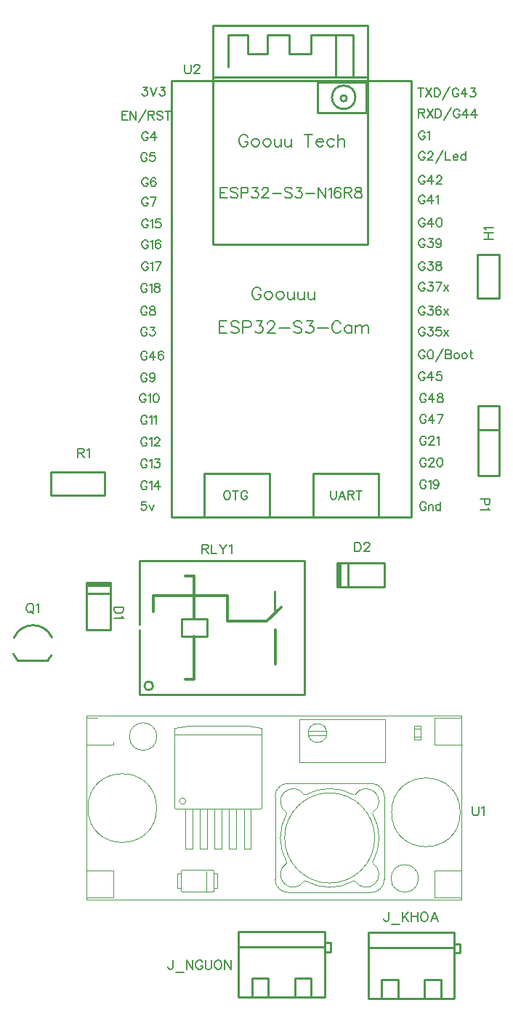
<source format=gto>
G04 Layer: TopSilkscreenLayer*
G04 EasyEDA v6.5.51, 2026-01-08 00:26:36*
G04 20534f1d5e454c7f8422adcd5164db7c,ce41bef9852f4de9b562203a7e9bab9e,10*
G04 Gerber Generator version 0.2*
G04 Scale: 100 percent, Rotated: No, Reflected: No *
G04 Dimensions in millimeters *
G04 leading zeros omitted , absolute positions ,4 integer and 5 decimal *
%FSLAX45Y45*%
%MOMM*%

%ADD10C,0.1524*%
%ADD11C,0.1500*%
%ADD12C,0.2032*%
%ADD13C,0.2540*%
%ADD14C,0.3000*%
%ADD15C,0.1200*%
%ADD16C,0.0150*%

%LPD*%
D10*
X1728215Y-6391300D02*
G01*
X1619250Y-6391300D01*
X1728215Y-6391300D02*
G01*
X1728215Y-6427622D01*
X1723136Y-6443370D01*
X1712721Y-6453530D01*
X1702307Y-6458864D01*
X1686560Y-6463944D01*
X1660652Y-6463944D01*
X1645157Y-6458864D01*
X1634744Y-6453530D01*
X1624329Y-6443370D01*
X1619250Y-6427622D01*
X1619250Y-6391300D01*
X1707387Y-6498234D02*
G01*
X1712721Y-6508648D01*
X1728215Y-6524396D01*
X1619250Y-6524396D01*
X4419600Y-5637784D02*
G01*
X4419600Y-5746750D01*
X4419600Y-5637784D02*
G01*
X4455922Y-5637784D01*
X4471670Y-5642863D01*
X4481829Y-5653278D01*
X4487163Y-5663692D01*
X4492243Y-5679439D01*
X4492243Y-5705347D01*
X4487163Y-5720842D01*
X4481829Y-5731255D01*
X4471670Y-5741670D01*
X4455922Y-5746750D01*
X4419600Y-5746750D01*
X4531868Y-5663692D02*
G01*
X4531868Y-5658612D01*
X4536947Y-5648197D01*
X4542281Y-5642863D01*
X4552695Y-5637784D01*
X4573270Y-5637784D01*
X4583684Y-5642863D01*
X4589018Y-5648197D01*
X4594097Y-5658612D01*
X4594097Y-5669026D01*
X4589018Y-5679439D01*
X4578604Y-5694934D01*
X4526534Y-5746750D01*
X4599431Y-5746750D01*
X5929884Y-2108200D02*
G01*
X6038850Y-2108200D01*
X5929884Y-2035555D02*
G01*
X6038850Y-2035555D01*
X5981700Y-2108200D02*
G01*
X5981700Y-2035555D01*
X5950711Y-2001265D02*
G01*
X5945377Y-1990852D01*
X5929884Y-1975104D01*
X6038850Y-1975104D01*
X4814570Y-9943084D02*
G01*
X4814570Y-10026142D01*
X4809236Y-10041889D01*
X4804156Y-10046970D01*
X4793741Y-10052050D01*
X4783327Y-10052050D01*
X4772913Y-10046970D01*
X4767579Y-10041889D01*
X4762500Y-10026142D01*
X4762500Y-10015728D01*
X4848859Y-10088626D02*
G01*
X4942331Y-10088626D01*
X4976622Y-9943084D02*
G01*
X4976622Y-10052050D01*
X5049265Y-9943084D02*
G01*
X4976622Y-10015728D01*
X5002529Y-9989820D02*
G01*
X5049265Y-10052050D01*
X5083556Y-9943084D02*
G01*
X5083556Y-10052050D01*
X5156200Y-9943084D02*
G01*
X5156200Y-10052050D01*
X5083556Y-9994900D02*
G01*
X5156200Y-9994900D01*
X5221731Y-9943084D02*
G01*
X5211318Y-9948163D01*
X5200904Y-9958578D01*
X5195824Y-9968992D01*
X5190490Y-9984739D01*
X5190490Y-10010647D01*
X5195824Y-10026142D01*
X5200904Y-10036555D01*
X5211318Y-10046970D01*
X5221731Y-10052050D01*
X5242559Y-10052050D01*
X5252974Y-10046970D01*
X5263388Y-10036555D01*
X5268468Y-10026142D01*
X5273802Y-10010647D01*
X5273802Y-9984739D01*
X5268468Y-9968992D01*
X5263388Y-9958578D01*
X5252974Y-9948163D01*
X5242559Y-9943084D01*
X5221731Y-9943084D01*
X5349493Y-9943084D02*
G01*
X5308091Y-10052050D01*
X5349493Y-9943084D02*
G01*
X5391150Y-10052050D01*
X5323586Y-10015728D02*
G01*
X5375656Y-10015728D01*
X2299970Y-10501884D02*
G01*
X2299970Y-10584942D01*
X2294636Y-10600689D01*
X2289556Y-10605770D01*
X2279141Y-10610850D01*
X2268727Y-10610850D01*
X2258313Y-10605770D01*
X2252979Y-10600689D01*
X2247900Y-10584942D01*
X2247900Y-10574528D01*
X2334259Y-10647426D02*
G01*
X2427731Y-10647426D01*
X2462022Y-10501884D02*
G01*
X2462022Y-10610850D01*
X2462022Y-10501884D02*
G01*
X2534665Y-10610850D01*
X2534665Y-10501884D02*
G01*
X2534665Y-10610850D01*
X2646934Y-10527792D02*
G01*
X2641600Y-10517378D01*
X2631440Y-10506963D01*
X2621025Y-10501884D01*
X2600197Y-10501884D01*
X2589784Y-10506963D01*
X2579370Y-10517378D01*
X2574290Y-10527792D01*
X2568956Y-10543539D01*
X2568956Y-10569447D01*
X2574290Y-10584942D01*
X2579370Y-10595355D01*
X2589784Y-10605770D01*
X2600197Y-10610850D01*
X2621025Y-10610850D01*
X2631440Y-10605770D01*
X2641600Y-10595355D01*
X2646934Y-10584942D01*
X2646934Y-10569447D01*
X2621025Y-10569447D02*
G01*
X2646934Y-10569447D01*
X2681224Y-10501884D02*
G01*
X2681224Y-10579862D01*
X2686304Y-10595355D01*
X2696718Y-10605770D01*
X2712465Y-10610850D01*
X2722879Y-10610850D01*
X2738374Y-10605770D01*
X2748788Y-10595355D01*
X2753868Y-10579862D01*
X2753868Y-10501884D01*
X2819400Y-10501884D02*
G01*
X2808986Y-10506963D01*
X2798572Y-10517378D01*
X2793491Y-10527792D01*
X2788158Y-10543539D01*
X2788158Y-10569447D01*
X2793491Y-10584942D01*
X2798572Y-10595355D01*
X2808986Y-10605770D01*
X2819400Y-10610850D01*
X2840227Y-10610850D01*
X2850641Y-10605770D01*
X2861056Y-10595355D01*
X2866136Y-10584942D01*
X2871470Y-10569447D01*
X2871470Y-10543539D01*
X2866136Y-10527792D01*
X2861056Y-10517378D01*
X2850641Y-10506963D01*
X2840227Y-10501884D01*
X2819400Y-10501884D01*
X2905759Y-10501884D02*
G01*
X2905759Y-10610850D01*
X2905759Y-10501884D02*
G01*
X2978404Y-10610850D01*
X2978404Y-10501884D02*
G01*
X2978404Y-10610850D01*
X5995415Y-5130800D02*
G01*
X5886450Y-5130800D01*
X5995415Y-5130800D02*
G01*
X5995415Y-5177536D01*
X5990336Y-5193029D01*
X5985002Y-5198363D01*
X5974588Y-5203444D01*
X5959093Y-5203444D01*
X5948679Y-5198363D01*
X5943600Y-5193029D01*
X5938265Y-5177536D01*
X5938265Y-5130800D01*
X5974588Y-5237734D02*
G01*
X5979922Y-5248147D01*
X5995415Y-5263895D01*
X5886450Y-5263895D01*
X628142Y-6348984D02*
G01*
X617728Y-6354063D01*
X607313Y-6364478D01*
X601979Y-6374892D01*
X596900Y-6390639D01*
X596900Y-6416547D01*
X601979Y-6432042D01*
X607313Y-6442455D01*
X617728Y-6452870D01*
X628142Y-6457950D01*
X648970Y-6457950D01*
X659129Y-6452870D01*
X669544Y-6442455D01*
X674878Y-6432042D01*
X679957Y-6416547D01*
X679957Y-6390639D01*
X674878Y-6374892D01*
X669544Y-6364478D01*
X659129Y-6354063D01*
X648970Y-6348984D01*
X628142Y-6348984D01*
X643636Y-6437376D02*
G01*
X674878Y-6468363D01*
X714247Y-6369812D02*
G01*
X724662Y-6364478D01*
X740410Y-6348984D01*
X740410Y-6457950D01*
X1193800Y-4545584D02*
G01*
X1193800Y-4654550D01*
X1193800Y-4545584D02*
G01*
X1240536Y-4545584D01*
X1256029Y-4550663D01*
X1261363Y-4555997D01*
X1266444Y-4566412D01*
X1266444Y-4576826D01*
X1261363Y-4587239D01*
X1256029Y-4592320D01*
X1240536Y-4597400D01*
X1193800Y-4597400D01*
X1230121Y-4597400D02*
G01*
X1266444Y-4654550D01*
X1300734Y-4566412D02*
G01*
X1311147Y-4561078D01*
X1326895Y-4545584D01*
X1326895Y-4654550D01*
X2641600Y-5663184D02*
G01*
X2641600Y-5772150D01*
X2641600Y-5663184D02*
G01*
X2688336Y-5663184D01*
X2703829Y-5668263D01*
X2709163Y-5673597D01*
X2714243Y-5684012D01*
X2714243Y-5694426D01*
X2709163Y-5704839D01*
X2703829Y-5709920D01*
X2688336Y-5715000D01*
X2641600Y-5715000D01*
X2677922Y-5715000D02*
G01*
X2714243Y-5772150D01*
X2748534Y-5663184D02*
G01*
X2748534Y-5772150D01*
X2748534Y-5772150D02*
G01*
X2811018Y-5772150D01*
X2845308Y-5663184D02*
G01*
X2886709Y-5715000D01*
X2886709Y-5772150D01*
X2928365Y-5663184D02*
G01*
X2886709Y-5715000D01*
X2962656Y-5684012D02*
G01*
X2973070Y-5678678D01*
X2988563Y-5663184D01*
X2988563Y-5772150D01*
X5791200Y-8711184D02*
G01*
X5791200Y-8789162D01*
X5796279Y-8804655D01*
X5806693Y-8815070D01*
X5822441Y-8820150D01*
X5832856Y-8820150D01*
X5848350Y-8815070D01*
X5858763Y-8804655D01*
X5863843Y-8789162D01*
X5863843Y-8711184D01*
X5898134Y-8732012D02*
G01*
X5908547Y-8726678D01*
X5924295Y-8711184D01*
X5924295Y-8820150D01*
X2438400Y-75184D02*
G01*
X2438400Y-153162D01*
X2443479Y-168655D01*
X2453893Y-179070D01*
X2469641Y-184150D01*
X2480056Y-184150D01*
X2495550Y-179070D01*
X2505963Y-168655D01*
X2511043Y-153162D01*
X2511043Y-75184D01*
X2550668Y-101092D02*
G01*
X2550668Y-96012D01*
X2555747Y-85597D01*
X2561081Y-80263D01*
X2571495Y-75184D01*
X2592070Y-75184D01*
X2602484Y-80263D01*
X2607818Y-85597D01*
X2612897Y-96012D01*
X2612897Y-106426D01*
X2607818Y-116839D01*
X2597404Y-132334D01*
X2545334Y-184150D01*
X2618231Y-184150D01*
D11*
X2844802Y-3061721D02*
G01*
X2844802Y-3204977D01*
X2844802Y-3061721D02*
G01*
X2933448Y-3061721D01*
X2844802Y-3129793D02*
G01*
X2899412Y-3129793D01*
X2844802Y-3204977D02*
G01*
X2933448Y-3204977D01*
X3073910Y-3082295D02*
G01*
X3060194Y-3068579D01*
X3039874Y-3061721D01*
X3012442Y-3061721D01*
X2992122Y-3068579D01*
X2978406Y-3082295D01*
X2978406Y-3095757D01*
X2985264Y-3109473D01*
X2992122Y-3116331D01*
X3005584Y-3123189D01*
X3046732Y-3136651D01*
X3060194Y-3143509D01*
X3067052Y-3150367D01*
X3073910Y-3164083D01*
X3073910Y-3184403D01*
X3060194Y-3198119D01*
X3039874Y-3204977D01*
X3012442Y-3204977D01*
X2992122Y-3198119D01*
X2978406Y-3184403D01*
X3118868Y-3061721D02*
G01*
X3118868Y-3204977D01*
X3118868Y-3061721D02*
G01*
X3180336Y-3061721D01*
X3200656Y-3068579D01*
X3207514Y-3075437D01*
X3214372Y-3088899D01*
X3214372Y-3109473D01*
X3207514Y-3123189D01*
X3200656Y-3129793D01*
X3180336Y-3136651D01*
X3118868Y-3136651D01*
X3273046Y-3061721D02*
G01*
X3347976Y-3061721D01*
X3307082Y-3116331D01*
X3327402Y-3116331D01*
X3341118Y-3123189D01*
X3347976Y-3129793D01*
X3354834Y-3150367D01*
X3354834Y-3164083D01*
X3347976Y-3184403D01*
X3334260Y-3198119D01*
X3313940Y-3204977D01*
X3293366Y-3204977D01*
X3273046Y-3198119D01*
X3266188Y-3191261D01*
X3259330Y-3177545D01*
X3406650Y-3095757D02*
G01*
X3406650Y-3088899D01*
X3413508Y-3075437D01*
X3420366Y-3068579D01*
X3433828Y-3061721D01*
X3461260Y-3061721D01*
X3474722Y-3068579D01*
X3481580Y-3075437D01*
X3488438Y-3088899D01*
X3488438Y-3102615D01*
X3481580Y-3116331D01*
X3467864Y-3136651D01*
X3399792Y-3204977D01*
X3495296Y-3204977D01*
X3540254Y-3143509D02*
G01*
X3662936Y-3143509D01*
X3803398Y-3082295D02*
G01*
X3789682Y-3068579D01*
X3769362Y-3061721D01*
X3742184Y-3061721D01*
X3721610Y-3068579D01*
X3707894Y-3082295D01*
X3707894Y-3095757D01*
X3714752Y-3109473D01*
X3721610Y-3116331D01*
X3735326Y-3123189D01*
X3776220Y-3136651D01*
X3789682Y-3143509D01*
X3796540Y-3150367D01*
X3803398Y-3164083D01*
X3803398Y-3184403D01*
X3789682Y-3198119D01*
X3769362Y-3204977D01*
X3742184Y-3204977D01*
X3721610Y-3198119D01*
X3707894Y-3184403D01*
X3862072Y-3061721D02*
G01*
X3937002Y-3061721D01*
X3896108Y-3116331D01*
X3916682Y-3116331D01*
X3930144Y-3123189D01*
X3937002Y-3129793D01*
X3943860Y-3150367D01*
X3943860Y-3164083D01*
X3937002Y-3184403D01*
X3923540Y-3198119D01*
X3902966Y-3204977D01*
X3882646Y-3204977D01*
X3862072Y-3198119D01*
X3855214Y-3191261D01*
X3848356Y-3177545D01*
X3988818Y-3143509D02*
G01*
X4111500Y-3143509D01*
X4258820Y-3095757D02*
G01*
X4251962Y-3082295D01*
X4238500Y-3068579D01*
X4224784Y-3061721D01*
X4197606Y-3061721D01*
X4183890Y-3068579D01*
X4170174Y-3082295D01*
X4163316Y-3095757D01*
X4156712Y-3116331D01*
X4156712Y-3150367D01*
X4163316Y-3170941D01*
X4170174Y-3184403D01*
X4183890Y-3198119D01*
X4197606Y-3204977D01*
X4224784Y-3204977D01*
X4238500Y-3198119D01*
X4251962Y-3184403D01*
X4258820Y-3170941D01*
X4385820Y-3109473D02*
G01*
X4385820Y-3204977D01*
X4385820Y-3129793D02*
G01*
X4372104Y-3116331D01*
X4358388Y-3109473D01*
X4338068Y-3109473D01*
X4324352Y-3116331D01*
X4310636Y-3129793D01*
X4303778Y-3150367D01*
X4303778Y-3164083D01*
X4310636Y-3184403D01*
X4324352Y-3198119D01*
X4338068Y-3204977D01*
X4358388Y-3204977D01*
X4372104Y-3198119D01*
X4385820Y-3184403D01*
X4430778Y-3109473D02*
G01*
X4430778Y-3204977D01*
X4430778Y-3136651D02*
G01*
X4451098Y-3116331D01*
X4464814Y-3109473D01*
X4485134Y-3109473D01*
X4498850Y-3116331D01*
X4505708Y-3136651D01*
X4505708Y-3204977D01*
X4505708Y-3136651D02*
G01*
X4526282Y-3116331D01*
X4539744Y-3109473D01*
X4560318Y-3109473D01*
X4573780Y-3116331D01*
X4580638Y-3136651D01*
X4580638Y-3204977D01*
X3328161Y-2702057D02*
G01*
X3321304Y-2688595D01*
X3307588Y-2674879D01*
X3293872Y-2668021D01*
X3266693Y-2668021D01*
X3252977Y-2674879D01*
X3239515Y-2688595D01*
X3232658Y-2702057D01*
X3225800Y-2722631D01*
X3225800Y-2756667D01*
X3232658Y-2777241D01*
X3239515Y-2790703D01*
X3252977Y-2804419D01*
X3266693Y-2811277D01*
X3293872Y-2811277D01*
X3307588Y-2804419D01*
X3321304Y-2790703D01*
X3328161Y-2777241D01*
X3328161Y-2756667D01*
X3293872Y-2756667D02*
G01*
X3328161Y-2756667D01*
X3407156Y-2715773D02*
G01*
X3393440Y-2722631D01*
X3379977Y-2736093D01*
X3373120Y-2756667D01*
X3373120Y-2770383D01*
X3379977Y-2790703D01*
X3393440Y-2804419D01*
X3407156Y-2811277D01*
X3427729Y-2811277D01*
X3441191Y-2804419D01*
X3454908Y-2790703D01*
X3461765Y-2770383D01*
X3461765Y-2756667D01*
X3454908Y-2736093D01*
X3441191Y-2722631D01*
X3427729Y-2715773D01*
X3407156Y-2715773D01*
X3540759Y-2715773D02*
G01*
X3527043Y-2722631D01*
X3513581Y-2736093D01*
X3506724Y-2756667D01*
X3506724Y-2770383D01*
X3513581Y-2790703D01*
X3527043Y-2804419D01*
X3540759Y-2811277D01*
X3561334Y-2811277D01*
X3574795Y-2804419D01*
X3588511Y-2790703D01*
X3595370Y-2770383D01*
X3595370Y-2756667D01*
X3588511Y-2736093D01*
X3574795Y-2722631D01*
X3561334Y-2715773D01*
X3540759Y-2715773D01*
X3640327Y-2715773D02*
G01*
X3640327Y-2783845D01*
X3647186Y-2804419D01*
X3660902Y-2811277D01*
X3681222Y-2811277D01*
X3694938Y-2804419D01*
X3715258Y-2783845D01*
X3715258Y-2715773D02*
G01*
X3715258Y-2811277D01*
X3760470Y-2715773D02*
G01*
X3760470Y-2783845D01*
X3767074Y-2804419D01*
X3780790Y-2811277D01*
X3801363Y-2811277D01*
X3814825Y-2804419D01*
X3835400Y-2783845D01*
X3835400Y-2715773D02*
G01*
X3835400Y-2811277D01*
X3880358Y-2715773D02*
G01*
X3880358Y-2783845D01*
X3887215Y-2804419D01*
X3900677Y-2811277D01*
X3921252Y-2811277D01*
X3934968Y-2804419D01*
X3955288Y-2783845D01*
X3955288Y-2715773D02*
G01*
X3955288Y-2811277D01*
X2857502Y-1507238D02*
G01*
X2857502Y-1631190D01*
X2857502Y-1507238D02*
G01*
X2934210Y-1507238D01*
X2857502Y-1566166D02*
G01*
X2904746Y-1566166D01*
X2857502Y-1631190D02*
G01*
X2934210Y-1631190D01*
X3056130Y-1524764D02*
G01*
X3044192Y-1513080D01*
X3026412Y-1507238D01*
X3002790Y-1507238D01*
X2985264Y-1513080D01*
X2973326Y-1524764D01*
X2973326Y-1536702D01*
X2979168Y-1548386D01*
X2985264Y-1554482D01*
X2996948Y-1560324D01*
X3032508Y-1572008D01*
X3044192Y-1578104D01*
X3050034Y-1583946D01*
X3056130Y-1595630D01*
X3056130Y-1613410D01*
X3044192Y-1625348D01*
X3026412Y-1631190D01*
X3002790Y-1631190D01*
X2985264Y-1625348D01*
X2973326Y-1613410D01*
X3094992Y-1507238D02*
G01*
X3094992Y-1631190D01*
X3094992Y-1507238D02*
G01*
X3148332Y-1507238D01*
X3165858Y-1513080D01*
X3171954Y-1518922D01*
X3177796Y-1530860D01*
X3177796Y-1548386D01*
X3171954Y-1560324D01*
X3165858Y-1566166D01*
X3148332Y-1572008D01*
X3094992Y-1572008D01*
X3228596Y-1507238D02*
G01*
X3293620Y-1507238D01*
X3258060Y-1554482D01*
X3275840Y-1554482D01*
X3287778Y-1560324D01*
X3293620Y-1566166D01*
X3299462Y-1583946D01*
X3299462Y-1595630D01*
X3293620Y-1613410D01*
X3281682Y-1625348D01*
X3264156Y-1631190D01*
X3246376Y-1631190D01*
X3228596Y-1625348D01*
X3222754Y-1619506D01*
X3216658Y-1607568D01*
X3344420Y-1536702D02*
G01*
X3344420Y-1530860D01*
X3350262Y-1518922D01*
X3356104Y-1513080D01*
X3368042Y-1507238D01*
X3391664Y-1507238D01*
X3403602Y-1513080D01*
X3409444Y-1518922D01*
X3415286Y-1530860D01*
X3415286Y-1542544D01*
X3409444Y-1554482D01*
X3397506Y-1572008D01*
X3338578Y-1631190D01*
X3421128Y-1631190D01*
X3460244Y-1578104D02*
G01*
X3566670Y-1578104D01*
X3688336Y-1524764D02*
G01*
X3676398Y-1513080D01*
X3658872Y-1507238D01*
X3635250Y-1507238D01*
X3617470Y-1513080D01*
X3605532Y-1524764D01*
X3605532Y-1536702D01*
X3611374Y-1548386D01*
X3617470Y-1554482D01*
X3629154Y-1560324D01*
X3664714Y-1572008D01*
X3676398Y-1578104D01*
X3682494Y-1583946D01*
X3688336Y-1595630D01*
X3688336Y-1613410D01*
X3676398Y-1625348D01*
X3658872Y-1631190D01*
X3635250Y-1631190D01*
X3617470Y-1625348D01*
X3605532Y-1613410D01*
X3739136Y-1507238D02*
G01*
X3804160Y-1507238D01*
X3768600Y-1554482D01*
X3786380Y-1554482D01*
X3798318Y-1560324D01*
X3804160Y-1566166D01*
X3810002Y-1583946D01*
X3810002Y-1595630D01*
X3804160Y-1613410D01*
X3792222Y-1625348D01*
X3774696Y-1631190D01*
X3756916Y-1631190D01*
X3739136Y-1625348D01*
X3733294Y-1619506D01*
X3727198Y-1607568D01*
X3849118Y-1578104D02*
G01*
X3955290Y-1578104D01*
X3994406Y-1507238D02*
G01*
X3994406Y-1631190D01*
X3994406Y-1507238D02*
G01*
X4077210Y-1631190D01*
X4077210Y-1507238D02*
G01*
X4077210Y-1631190D01*
X4116072Y-1530860D02*
G01*
X4128010Y-1524764D01*
X4145790Y-1507238D01*
X4145790Y-1631190D01*
X4255518Y-1524764D02*
G01*
X4249676Y-1513080D01*
X4231896Y-1507238D01*
X4220212Y-1507238D01*
X4202432Y-1513080D01*
X4190494Y-1530860D01*
X4184652Y-1560324D01*
X4184652Y-1589788D01*
X4190494Y-1613410D01*
X4202432Y-1625348D01*
X4220212Y-1631190D01*
X4226054Y-1631190D01*
X4243834Y-1625348D01*
X4255518Y-1613410D01*
X4261614Y-1595630D01*
X4261614Y-1589788D01*
X4255518Y-1572008D01*
X4243834Y-1560324D01*
X4226054Y-1554482D01*
X4220212Y-1554482D01*
X4202432Y-1560324D01*
X4190494Y-1572008D01*
X4184652Y-1589788D01*
X4300476Y-1507238D02*
G01*
X4300476Y-1631190D01*
X4300476Y-1507238D02*
G01*
X4353562Y-1507238D01*
X4371342Y-1513080D01*
X4377438Y-1518922D01*
X4383280Y-1530860D01*
X4383280Y-1542544D01*
X4377438Y-1554482D01*
X4371342Y-1560324D01*
X4353562Y-1566166D01*
X4300476Y-1566166D01*
X4341878Y-1566166D02*
G01*
X4383280Y-1631190D01*
X4451860Y-1507238D02*
G01*
X4434080Y-1513080D01*
X4428238Y-1524764D01*
X4428238Y-1536702D01*
X4434080Y-1548386D01*
X4445764Y-1554482D01*
X4469386Y-1560324D01*
X4487166Y-1566166D01*
X4499104Y-1578104D01*
X4504946Y-1589788D01*
X4504946Y-1607568D01*
X4499104Y-1619506D01*
X4493262Y-1625348D01*
X4475482Y-1631190D01*
X4451860Y-1631190D01*
X4434080Y-1625348D01*
X4428238Y-1619506D01*
X4422142Y-1607568D01*
X4422142Y-1589788D01*
X4428238Y-1578104D01*
X4439922Y-1566166D01*
X4457702Y-1560324D01*
X4481324Y-1554482D01*
X4493262Y-1548386D01*
X4499104Y-1536702D01*
X4499104Y-1524764D01*
X4493262Y-1513080D01*
X4475482Y-1507238D01*
X4451860Y-1507238D01*
D12*
X1952500Y-340367D02*
G01*
X2004062Y-340367D01*
X1975868Y-377959D01*
X1990092Y-377959D01*
X1999490Y-382531D01*
X2004062Y-387357D01*
X2008888Y-401327D01*
X2008888Y-410725D01*
X2004062Y-424693D01*
X1994664Y-434093D01*
X1980694Y-438919D01*
X1966470Y-438919D01*
X1952500Y-434093D01*
X1947674Y-429519D01*
X1943102Y-420123D01*
X2039622Y-340367D02*
G01*
X2077214Y-438919D01*
X2114806Y-340367D02*
G01*
X2077214Y-438919D01*
X2155192Y-340367D02*
G01*
X2206754Y-340367D01*
X2178560Y-377959D01*
X2192784Y-377959D01*
X2201928Y-382531D01*
X2206754Y-387357D01*
X2211326Y-401327D01*
X2211326Y-410725D01*
X2206754Y-424693D01*
X2197356Y-434093D01*
X2183386Y-438919D01*
X2169162Y-438919D01*
X2155192Y-434093D01*
X2150366Y-429519D01*
X2145794Y-420123D01*
X1714505Y-619765D02*
G01*
X1714505Y-718317D01*
X1714505Y-619765D02*
G01*
X1775465Y-619765D01*
X1714505Y-666755D02*
G01*
X1752097Y-666755D01*
X1714505Y-718317D02*
G01*
X1775465Y-718317D01*
X1806453Y-619765D02*
G01*
X1806453Y-718317D01*
X1806453Y-619765D02*
G01*
X1872239Y-718317D01*
X1872239Y-619765D02*
G01*
X1872239Y-718317D01*
X1987555Y-600969D02*
G01*
X1902973Y-751083D01*
X2018543Y-619765D02*
G01*
X2018543Y-718317D01*
X2018543Y-619765D02*
G01*
X2060707Y-619765D01*
X2074677Y-624337D01*
X2079503Y-629163D01*
X2084075Y-638561D01*
X2084075Y-647959D01*
X2079503Y-657357D01*
X2074677Y-661929D01*
X2060707Y-666755D01*
X2018543Y-666755D01*
X2051309Y-666755D02*
G01*
X2084075Y-718317D01*
X2180849Y-633735D02*
G01*
X2171451Y-624337D01*
X2157227Y-619765D01*
X2138685Y-619765D01*
X2124461Y-624337D01*
X2115063Y-633735D01*
X2115063Y-643133D01*
X2119889Y-652531D01*
X2124461Y-657357D01*
X2133859Y-661929D01*
X2162053Y-671327D01*
X2171451Y-676153D01*
X2176023Y-680725D01*
X2180849Y-690123D01*
X2180849Y-704093D01*
X2171451Y-713491D01*
X2157227Y-718317D01*
X2138685Y-718317D01*
X2124461Y-713491D01*
X2115063Y-704093D01*
X2244603Y-619765D02*
G01*
X2244603Y-718317D01*
X2211837Y-619765D02*
G01*
X2277369Y-619765D01*
X2013460Y-884433D02*
G01*
X2008888Y-875035D01*
X1999490Y-865637D01*
X1990092Y-861065D01*
X1971296Y-861065D01*
X1961898Y-865637D01*
X1952500Y-875035D01*
X1947674Y-884433D01*
X1943102Y-898657D01*
X1943102Y-922025D01*
X1947674Y-935995D01*
X1952500Y-945393D01*
X1961898Y-954791D01*
X1971296Y-959617D01*
X1990092Y-959617D01*
X1999490Y-954791D01*
X2008888Y-945393D01*
X2013460Y-935995D01*
X2013460Y-922025D01*
X1990092Y-922025D02*
G01*
X2013460Y-922025D01*
X2091438Y-861065D02*
G01*
X2044448Y-926851D01*
X2114806Y-926851D01*
X2091438Y-861065D02*
G01*
X2091438Y-959617D01*
X2000760Y-1125733D02*
G01*
X1996188Y-1116335D01*
X1986790Y-1106937D01*
X1977392Y-1102365D01*
X1958596Y-1102365D01*
X1949198Y-1106937D01*
X1939800Y-1116335D01*
X1934974Y-1125733D01*
X1930402Y-1139957D01*
X1930402Y-1163325D01*
X1934974Y-1177295D01*
X1939800Y-1186693D01*
X1949198Y-1196091D01*
X1958596Y-1200917D01*
X1977392Y-1200917D01*
X1986790Y-1196091D01*
X1996188Y-1186693D01*
X2000760Y-1177295D01*
X2000760Y-1163325D01*
X1977392Y-1163325D02*
G01*
X2000760Y-1163325D01*
X2088136Y-1102365D02*
G01*
X2041146Y-1102365D01*
X2036320Y-1144529D01*
X2041146Y-1139957D01*
X2055116Y-1135131D01*
X2069340Y-1135131D01*
X2083310Y-1139957D01*
X2092708Y-1149355D01*
X2097280Y-1163325D01*
X2097280Y-1172723D01*
X2092708Y-1186693D01*
X2083310Y-1196091D01*
X2069340Y-1200917D01*
X2055116Y-1200917D01*
X2041146Y-1196091D01*
X2036320Y-1191519D01*
X2031748Y-1182121D01*
X2013460Y-1417833D02*
G01*
X2008888Y-1408435D01*
X1999490Y-1399037D01*
X1990092Y-1394465D01*
X1971296Y-1394465D01*
X1961898Y-1399037D01*
X1952500Y-1408435D01*
X1947674Y-1417833D01*
X1943102Y-1432057D01*
X1943102Y-1455425D01*
X1947674Y-1469395D01*
X1952500Y-1478793D01*
X1961898Y-1488191D01*
X1971296Y-1493017D01*
X1990092Y-1493017D01*
X1999490Y-1488191D01*
X2008888Y-1478793D01*
X2013460Y-1469395D01*
X2013460Y-1455425D01*
X1990092Y-1455425D02*
G01*
X2013460Y-1455425D01*
X2100836Y-1408435D02*
G01*
X2096010Y-1399037D01*
X2082040Y-1394465D01*
X2072642Y-1394465D01*
X2058418Y-1399037D01*
X2049020Y-1413261D01*
X2044448Y-1436629D01*
X2044448Y-1460251D01*
X2049020Y-1478793D01*
X2058418Y-1488191D01*
X2072642Y-1493017D01*
X2077214Y-1493017D01*
X2091438Y-1488191D01*
X2100836Y-1478793D01*
X2105408Y-1464823D01*
X2105408Y-1460251D01*
X2100836Y-1446027D01*
X2091438Y-1436629D01*
X2077214Y-1432057D01*
X2072642Y-1432057D01*
X2058418Y-1436629D01*
X2049020Y-1446027D01*
X2044448Y-1460251D01*
X2013460Y-1646433D02*
G01*
X2008888Y-1637035D01*
X1999490Y-1627637D01*
X1990092Y-1623065D01*
X1971296Y-1623065D01*
X1961898Y-1627637D01*
X1952500Y-1637035D01*
X1947674Y-1646433D01*
X1943102Y-1660657D01*
X1943102Y-1684025D01*
X1947674Y-1697995D01*
X1952500Y-1707393D01*
X1961898Y-1716791D01*
X1971296Y-1721617D01*
X1990092Y-1721617D01*
X1999490Y-1716791D01*
X2008888Y-1707393D01*
X2013460Y-1697995D01*
X2013460Y-1684025D01*
X1990092Y-1684025D02*
G01*
X2013460Y-1684025D01*
X2109980Y-1623065D02*
G01*
X2063244Y-1721617D01*
X2044448Y-1623065D02*
G01*
X2109980Y-1623065D01*
X2013460Y-1900433D02*
G01*
X2008888Y-1891035D01*
X1999490Y-1881637D01*
X1990092Y-1877065D01*
X1971296Y-1877065D01*
X1961898Y-1881637D01*
X1952500Y-1891035D01*
X1947674Y-1900433D01*
X1943102Y-1914657D01*
X1943102Y-1938025D01*
X1947674Y-1951995D01*
X1952500Y-1961393D01*
X1961898Y-1970791D01*
X1971296Y-1975617D01*
X1990092Y-1975617D01*
X1999490Y-1970791D01*
X2008888Y-1961393D01*
X2013460Y-1951995D01*
X2013460Y-1938025D01*
X1990092Y-1938025D02*
G01*
X2013460Y-1938025D01*
X2044448Y-1895861D02*
G01*
X2053846Y-1891035D01*
X2067816Y-1877065D01*
X2067816Y-1975617D01*
X2155192Y-1877065D02*
G01*
X2108202Y-1877065D01*
X2103630Y-1919229D01*
X2108202Y-1914657D01*
X2122172Y-1909831D01*
X2136396Y-1909831D01*
X2150366Y-1914657D01*
X2159764Y-1924055D01*
X2164590Y-1938025D01*
X2164590Y-1947423D01*
X2159764Y-1961393D01*
X2150366Y-1970791D01*
X2136396Y-1975617D01*
X2122172Y-1975617D01*
X2108202Y-1970791D01*
X2103630Y-1966219D01*
X2098804Y-1956821D01*
X2013460Y-2141730D02*
G01*
X2008888Y-2132332D01*
X1999490Y-2122934D01*
X1990092Y-2118362D01*
X1971296Y-2118362D01*
X1961898Y-2122934D01*
X1952500Y-2132332D01*
X1947674Y-2141730D01*
X1943102Y-2155954D01*
X1943102Y-2179322D01*
X1947674Y-2193292D01*
X1952500Y-2202690D01*
X1961898Y-2212088D01*
X1971296Y-2216914D01*
X1990092Y-2216914D01*
X1999490Y-2212088D01*
X2008888Y-2202690D01*
X2013460Y-2193292D01*
X2013460Y-2179322D01*
X1990092Y-2179322D02*
G01*
X2013460Y-2179322D01*
X2044448Y-2137158D02*
G01*
X2053846Y-2132332D01*
X2067816Y-2118362D01*
X2067816Y-2216914D01*
X2155192Y-2132332D02*
G01*
X2150366Y-2122934D01*
X2136396Y-2118362D01*
X2126998Y-2118362D01*
X2113028Y-2122934D01*
X2103630Y-2137158D01*
X2098804Y-2160526D01*
X2098804Y-2184148D01*
X2103630Y-2202690D01*
X2113028Y-2212088D01*
X2126998Y-2216914D01*
X2131570Y-2216914D01*
X2145794Y-2212088D01*
X2155192Y-2202690D01*
X2159764Y-2188720D01*
X2159764Y-2184148D01*
X2155192Y-2169924D01*
X2145794Y-2160526D01*
X2131570Y-2155954D01*
X2126998Y-2155954D01*
X2113028Y-2160526D01*
X2103630Y-2169924D01*
X2098804Y-2184148D01*
X2013460Y-2395733D02*
G01*
X2008888Y-2386335D01*
X1999490Y-2376937D01*
X1990092Y-2372365D01*
X1971296Y-2372365D01*
X1961898Y-2376937D01*
X1952500Y-2386335D01*
X1947674Y-2395733D01*
X1943102Y-2409957D01*
X1943102Y-2433325D01*
X1947674Y-2447295D01*
X1952500Y-2456693D01*
X1961898Y-2466091D01*
X1971296Y-2470917D01*
X1990092Y-2470917D01*
X1999490Y-2466091D01*
X2008888Y-2456693D01*
X2013460Y-2447295D01*
X2013460Y-2433325D01*
X1990092Y-2433325D02*
G01*
X2013460Y-2433325D01*
X2044448Y-2391161D02*
G01*
X2053846Y-2386335D01*
X2067816Y-2372365D01*
X2067816Y-2470917D01*
X2164590Y-2372365D02*
G01*
X2117600Y-2470917D01*
X2098804Y-2372365D02*
G01*
X2164590Y-2372365D01*
X2000760Y-2649733D02*
G01*
X1996188Y-2640335D01*
X1986790Y-2630937D01*
X1977392Y-2626365D01*
X1958596Y-2626365D01*
X1949198Y-2630937D01*
X1939800Y-2640335D01*
X1934974Y-2649733D01*
X1930402Y-2663957D01*
X1930402Y-2687325D01*
X1934974Y-2701295D01*
X1939800Y-2710693D01*
X1949198Y-2720091D01*
X1958596Y-2724917D01*
X1977392Y-2724917D01*
X1986790Y-2720091D01*
X1996188Y-2710693D01*
X2000760Y-2701295D01*
X2000760Y-2687325D01*
X1977392Y-2687325D02*
G01*
X2000760Y-2687325D01*
X2031748Y-2645161D02*
G01*
X2041146Y-2640335D01*
X2055116Y-2626365D01*
X2055116Y-2724917D01*
X2109472Y-2626365D02*
G01*
X2095502Y-2630937D01*
X2090930Y-2640335D01*
X2090930Y-2649733D01*
X2095502Y-2659131D01*
X2104900Y-2663957D01*
X2123696Y-2668529D01*
X2137666Y-2673355D01*
X2147064Y-2682753D01*
X2151890Y-2692151D01*
X2151890Y-2706121D01*
X2147064Y-2715519D01*
X2142492Y-2720091D01*
X2128268Y-2724917D01*
X2109472Y-2724917D01*
X2095502Y-2720091D01*
X2090930Y-2715519D01*
X2086104Y-2706121D01*
X2086104Y-2692151D01*
X2090930Y-2682753D01*
X2100328Y-2673355D01*
X2114298Y-2668529D01*
X2133094Y-2663957D01*
X2142492Y-2659131D01*
X2147064Y-2649733D01*
X2147064Y-2640335D01*
X2142492Y-2630937D01*
X2128268Y-2626365D01*
X2109472Y-2626365D01*
X2000760Y-2916433D02*
G01*
X1996188Y-2907035D01*
X1986790Y-2897637D01*
X1977392Y-2893065D01*
X1958596Y-2893065D01*
X1949198Y-2897637D01*
X1939800Y-2907035D01*
X1934974Y-2916433D01*
X1930402Y-2930657D01*
X1930402Y-2954025D01*
X1934974Y-2967995D01*
X1939800Y-2977393D01*
X1949198Y-2986791D01*
X1958596Y-2991617D01*
X1977392Y-2991617D01*
X1986790Y-2986791D01*
X1996188Y-2977393D01*
X2000760Y-2967995D01*
X2000760Y-2954025D01*
X1977392Y-2954025D02*
G01*
X2000760Y-2954025D01*
X2055116Y-2893065D02*
G01*
X2041146Y-2897637D01*
X2036320Y-2907035D01*
X2036320Y-2916433D01*
X2041146Y-2925831D01*
X2050544Y-2930657D01*
X2069340Y-2935229D01*
X2083310Y-2940055D01*
X2092708Y-2949453D01*
X2097280Y-2958851D01*
X2097280Y-2972821D01*
X2092708Y-2982219D01*
X2088136Y-2986791D01*
X2073912Y-2991617D01*
X2055116Y-2991617D01*
X2041146Y-2986791D01*
X2036320Y-2982219D01*
X2031748Y-2972821D01*
X2031748Y-2958851D01*
X2036320Y-2949453D01*
X2045718Y-2940055D01*
X2059942Y-2935229D01*
X2078738Y-2930657D01*
X2088136Y-2925831D01*
X2092708Y-2916433D01*
X2092708Y-2907035D01*
X2088136Y-2897637D01*
X2073912Y-2893065D01*
X2055116Y-2893065D01*
X2000760Y-3157733D02*
G01*
X1996188Y-3148335D01*
X1986790Y-3138937D01*
X1977392Y-3134365D01*
X1958596Y-3134365D01*
X1949198Y-3138937D01*
X1939800Y-3148335D01*
X1934974Y-3157733D01*
X1930402Y-3171957D01*
X1930402Y-3195325D01*
X1934974Y-3209295D01*
X1939800Y-3218693D01*
X1949198Y-3228091D01*
X1958596Y-3232917D01*
X1977392Y-3232917D01*
X1986790Y-3228091D01*
X1996188Y-3218693D01*
X2000760Y-3209295D01*
X2000760Y-3195325D01*
X1977392Y-3195325D02*
G01*
X2000760Y-3195325D01*
X2041146Y-3134365D02*
G01*
X2092708Y-3134365D01*
X2064514Y-3171957D01*
X2078738Y-3171957D01*
X2088136Y-3176529D01*
X2092708Y-3181355D01*
X2097280Y-3195325D01*
X2097280Y-3204723D01*
X2092708Y-3218693D01*
X2083310Y-3228091D01*
X2069340Y-3232917D01*
X2055116Y-3232917D01*
X2041146Y-3228091D01*
X2036320Y-3223519D01*
X2031748Y-3214121D01*
X2000760Y-3437133D02*
G01*
X1996188Y-3427735D01*
X1986790Y-3418337D01*
X1977392Y-3413765D01*
X1958596Y-3413765D01*
X1949198Y-3418337D01*
X1939800Y-3427735D01*
X1934974Y-3437133D01*
X1930402Y-3451357D01*
X1930402Y-3474725D01*
X1934974Y-3488695D01*
X1939800Y-3498093D01*
X1949198Y-3507491D01*
X1958596Y-3512317D01*
X1977392Y-3512317D01*
X1986790Y-3507491D01*
X1996188Y-3498093D01*
X2000760Y-3488695D01*
X2000760Y-3474725D01*
X1977392Y-3474725D02*
G01*
X2000760Y-3474725D01*
X2078738Y-3413765D02*
G01*
X2031748Y-3479551D01*
X2102106Y-3479551D01*
X2078738Y-3413765D02*
G01*
X2078738Y-3512317D01*
X2189228Y-3427735D02*
G01*
X2184656Y-3418337D01*
X2170686Y-3413765D01*
X2161288Y-3413765D01*
X2147064Y-3418337D01*
X2137666Y-3432561D01*
X2133094Y-3455929D01*
X2133094Y-3479551D01*
X2137666Y-3498093D01*
X2147064Y-3507491D01*
X2161288Y-3512317D01*
X2165860Y-3512317D01*
X2180084Y-3507491D01*
X2189228Y-3498093D01*
X2194054Y-3484123D01*
X2194054Y-3479551D01*
X2189228Y-3465327D01*
X2180084Y-3455929D01*
X2165860Y-3451357D01*
X2161288Y-3451357D01*
X2147064Y-3455929D01*
X2137666Y-3465327D01*
X2133094Y-3479551D01*
X2000760Y-3691130D02*
G01*
X1996188Y-3681732D01*
X1986790Y-3672334D01*
X1977392Y-3667762D01*
X1958596Y-3667762D01*
X1949198Y-3672334D01*
X1939800Y-3681732D01*
X1934974Y-3691130D01*
X1930402Y-3705354D01*
X1930402Y-3728722D01*
X1934974Y-3742692D01*
X1939800Y-3752090D01*
X1949198Y-3761488D01*
X1958596Y-3766314D01*
X1977392Y-3766314D01*
X1986790Y-3761488D01*
X1996188Y-3752090D01*
X2000760Y-3742692D01*
X2000760Y-3728722D01*
X1977392Y-3728722D02*
G01*
X2000760Y-3728722D01*
X2092708Y-3700528D02*
G01*
X2088136Y-3714752D01*
X2078738Y-3724150D01*
X2064514Y-3728722D01*
X2059942Y-3728722D01*
X2045718Y-3724150D01*
X2036320Y-3714752D01*
X2031748Y-3700528D01*
X2031748Y-3695956D01*
X2036320Y-3681732D01*
X2045718Y-3672334D01*
X2059942Y-3667762D01*
X2064514Y-3667762D01*
X2078738Y-3672334D01*
X2088136Y-3681732D01*
X2092708Y-3700528D01*
X2092708Y-3724150D01*
X2088136Y-3747518D01*
X2078738Y-3761488D01*
X2064514Y-3766314D01*
X2055116Y-3766314D01*
X2041146Y-3761488D01*
X2036320Y-3752090D01*
X1988060Y-3932428D02*
G01*
X1983488Y-3923029D01*
X1974090Y-3913631D01*
X1964692Y-3909060D01*
X1945896Y-3909060D01*
X1936498Y-3913631D01*
X1927100Y-3923029D01*
X1922274Y-3932428D01*
X1917702Y-3946652D01*
X1917702Y-3970020D01*
X1922274Y-3983989D01*
X1927100Y-3993387D01*
X1936498Y-4002786D01*
X1945896Y-4007612D01*
X1964692Y-4007612D01*
X1974090Y-4002786D01*
X1983488Y-3993387D01*
X1988060Y-3983989D01*
X1988060Y-3970020D01*
X1964692Y-3970020D02*
G01*
X1988060Y-3970020D01*
X2019048Y-3927855D02*
G01*
X2028446Y-3923029D01*
X2042416Y-3909060D01*
X2042416Y-4007612D01*
X2101598Y-3909060D02*
G01*
X2087628Y-3913631D01*
X2078230Y-3927855D01*
X2073404Y-3951223D01*
X2073404Y-3965447D01*
X2078230Y-3988815D01*
X2087628Y-4002786D01*
X2101598Y-4007612D01*
X2110996Y-4007612D01*
X2124966Y-4002786D01*
X2134364Y-3988815D01*
X2139190Y-3965447D01*
X2139190Y-3951223D01*
X2134364Y-3927855D01*
X2124966Y-3913631D01*
X2110996Y-3909060D01*
X2101598Y-3909060D01*
X2000760Y-4186430D02*
G01*
X1996188Y-4177032D01*
X1986790Y-4167634D01*
X1977392Y-4163062D01*
X1958596Y-4163062D01*
X1949198Y-4167634D01*
X1939800Y-4177032D01*
X1934974Y-4186430D01*
X1930402Y-4200654D01*
X1930402Y-4224022D01*
X1934974Y-4237992D01*
X1939800Y-4247390D01*
X1949198Y-4256788D01*
X1958596Y-4261614D01*
X1977392Y-4261614D01*
X1986790Y-4256788D01*
X1996188Y-4247390D01*
X2000760Y-4237992D01*
X2000760Y-4224022D01*
X1977392Y-4224022D02*
G01*
X2000760Y-4224022D01*
X2031748Y-4181858D02*
G01*
X2041146Y-4177032D01*
X2055116Y-4163062D01*
X2055116Y-4261614D01*
X2086104Y-4181858D02*
G01*
X2095502Y-4177032D01*
X2109472Y-4163062D01*
X2109472Y-4261614D01*
X2000760Y-4440430D02*
G01*
X1996188Y-4431032D01*
X1986790Y-4421634D01*
X1977392Y-4417062D01*
X1958596Y-4417062D01*
X1949198Y-4421634D01*
X1939800Y-4431032D01*
X1934974Y-4440430D01*
X1930402Y-4454654D01*
X1930402Y-4478022D01*
X1934974Y-4491992D01*
X1939800Y-4501390D01*
X1949198Y-4510788D01*
X1958596Y-4515614D01*
X1977392Y-4515614D01*
X1986790Y-4510788D01*
X1996188Y-4501390D01*
X2000760Y-4491992D01*
X2000760Y-4478022D01*
X1977392Y-4478022D02*
G01*
X2000760Y-4478022D01*
X2031748Y-4435858D02*
G01*
X2041146Y-4431032D01*
X2055116Y-4417062D01*
X2055116Y-4515614D01*
X2090930Y-4440430D02*
G01*
X2090930Y-4435858D01*
X2095502Y-4426460D01*
X2100328Y-4421634D01*
X2109472Y-4417062D01*
X2128268Y-4417062D01*
X2137666Y-4421634D01*
X2142492Y-4426460D01*
X2147064Y-4435858D01*
X2147064Y-4445256D01*
X2142492Y-4454654D01*
X2133094Y-4468624D01*
X2086104Y-4515614D01*
X2151890Y-4515614D01*
X2000760Y-4694430D02*
G01*
X1996188Y-4685032D01*
X1986790Y-4675634D01*
X1977392Y-4671062D01*
X1958596Y-4671062D01*
X1949198Y-4675634D01*
X1939800Y-4685032D01*
X1934974Y-4694430D01*
X1930402Y-4708654D01*
X1930402Y-4732022D01*
X1934974Y-4745992D01*
X1939800Y-4755390D01*
X1949198Y-4764788D01*
X1958596Y-4769614D01*
X1977392Y-4769614D01*
X1986790Y-4764788D01*
X1996188Y-4755390D01*
X2000760Y-4745992D01*
X2000760Y-4732022D01*
X1977392Y-4732022D02*
G01*
X2000760Y-4732022D01*
X2031748Y-4689858D02*
G01*
X2041146Y-4685032D01*
X2055116Y-4671062D01*
X2055116Y-4769614D01*
X2095502Y-4671062D02*
G01*
X2147064Y-4671062D01*
X2118870Y-4708654D01*
X2133094Y-4708654D01*
X2142492Y-4713226D01*
X2147064Y-4718052D01*
X2151890Y-4732022D01*
X2151890Y-4741420D01*
X2147064Y-4755390D01*
X2137666Y-4764788D01*
X2123696Y-4769614D01*
X2109472Y-4769614D01*
X2095502Y-4764788D01*
X2090930Y-4760216D01*
X2086104Y-4750818D01*
X2000760Y-4948430D02*
G01*
X1996188Y-4939032D01*
X1986790Y-4929634D01*
X1977392Y-4925062D01*
X1958596Y-4925062D01*
X1949198Y-4929634D01*
X1939800Y-4939032D01*
X1934974Y-4948430D01*
X1930402Y-4962654D01*
X1930402Y-4986022D01*
X1934974Y-4999992D01*
X1939800Y-5009390D01*
X1949198Y-5018788D01*
X1958596Y-5023614D01*
X1977392Y-5023614D01*
X1986790Y-5018788D01*
X1996188Y-5009390D01*
X2000760Y-4999992D01*
X2000760Y-4986022D01*
X1977392Y-4986022D02*
G01*
X2000760Y-4986022D01*
X2031748Y-4943858D02*
G01*
X2041146Y-4939032D01*
X2055116Y-4925062D01*
X2055116Y-5023614D01*
X2133094Y-4925062D02*
G01*
X2086104Y-4990848D01*
X2156462Y-4990848D01*
X2133094Y-4925062D02*
G01*
X2133094Y-5023614D01*
X1986790Y-5166365D02*
G01*
X1939800Y-5166365D01*
X1934974Y-5208529D01*
X1939800Y-5203957D01*
X1953770Y-5199131D01*
X1967994Y-5199131D01*
X1981964Y-5203957D01*
X1991362Y-5213355D01*
X1996188Y-5227325D01*
X1996188Y-5236723D01*
X1991362Y-5250693D01*
X1981964Y-5260091D01*
X1967994Y-5264917D01*
X1953770Y-5264917D01*
X1939800Y-5260091D01*
X1934974Y-5255519D01*
X1930402Y-5246121D01*
X2026922Y-5199131D02*
G01*
X2055116Y-5264917D01*
X2083310Y-5199131D02*
G01*
X2055116Y-5264917D01*
X5188968Y-353065D02*
G01*
X5188968Y-451617D01*
X5156202Y-353065D02*
G01*
X5221988Y-353065D01*
X5252722Y-353065D02*
G01*
X5318508Y-451617D01*
X5318508Y-353065D02*
G01*
X5252722Y-451617D01*
X5349496Y-353065D02*
G01*
X5349496Y-451617D01*
X5349496Y-353065D02*
G01*
X5382262Y-353065D01*
X5396486Y-357637D01*
X5405630Y-367035D01*
X5410456Y-376433D01*
X5415028Y-390657D01*
X5415028Y-414025D01*
X5410456Y-427995D01*
X5405630Y-437393D01*
X5396486Y-446791D01*
X5382262Y-451617D01*
X5349496Y-451617D01*
X5530598Y-334269D02*
G01*
X5446016Y-484383D01*
X5631944Y-376433D02*
G01*
X5627118Y-367035D01*
X5617720Y-357637D01*
X5608322Y-353065D01*
X5589526Y-353065D01*
X5580382Y-357637D01*
X5570984Y-367035D01*
X5566158Y-376433D01*
X5561586Y-390657D01*
X5561586Y-414025D01*
X5566158Y-427995D01*
X5570984Y-437393D01*
X5580382Y-446791D01*
X5589526Y-451617D01*
X5608322Y-451617D01*
X5617720Y-446791D01*
X5627118Y-437393D01*
X5631944Y-427995D01*
X5631944Y-414025D01*
X5608322Y-414025D02*
G01*
X5631944Y-414025D01*
X5709668Y-353065D02*
G01*
X5662932Y-418851D01*
X5733290Y-418851D01*
X5709668Y-353065D02*
G01*
X5709668Y-451617D01*
X5773422Y-353065D02*
G01*
X5825238Y-353065D01*
X5797044Y-390657D01*
X5811014Y-390657D01*
X5820412Y-395229D01*
X5825238Y-400055D01*
X5829810Y-414025D01*
X5829810Y-423423D01*
X5825238Y-437393D01*
X5815840Y-446791D01*
X5801616Y-451617D01*
X5787646Y-451617D01*
X5773422Y-446791D01*
X5768850Y-442219D01*
X5764024Y-432821D01*
X5168902Y-594365D02*
G01*
X5168902Y-692917D01*
X5168902Y-594365D02*
G01*
X5211066Y-594365D01*
X5225290Y-598937D01*
X5229862Y-603763D01*
X5234688Y-613161D01*
X5234688Y-622559D01*
X5229862Y-631957D01*
X5225290Y-636529D01*
X5211066Y-641355D01*
X5168902Y-641355D01*
X5201668Y-641355D02*
G01*
X5234688Y-692917D01*
X5265422Y-594365D02*
G01*
X5331208Y-692917D01*
X5331208Y-594365D02*
G01*
X5265422Y-692917D01*
X5362196Y-594365D02*
G01*
X5362196Y-692917D01*
X5362196Y-594365D02*
G01*
X5394962Y-594365D01*
X5409186Y-598937D01*
X5418330Y-608335D01*
X5423156Y-617733D01*
X5427728Y-631957D01*
X5427728Y-655325D01*
X5423156Y-669295D01*
X5418330Y-678693D01*
X5409186Y-688091D01*
X5394962Y-692917D01*
X5362196Y-692917D01*
X5543298Y-575569D02*
G01*
X5458716Y-725683D01*
X5644644Y-617733D02*
G01*
X5639818Y-608335D01*
X5630420Y-598937D01*
X5621022Y-594365D01*
X5602226Y-594365D01*
X5593082Y-598937D01*
X5583684Y-608335D01*
X5578858Y-617733D01*
X5574286Y-631957D01*
X5574286Y-655325D01*
X5578858Y-669295D01*
X5583684Y-678693D01*
X5593082Y-688091D01*
X5602226Y-692917D01*
X5621022Y-692917D01*
X5630420Y-688091D01*
X5639818Y-678693D01*
X5644644Y-669295D01*
X5644644Y-655325D01*
X5621022Y-655325D02*
G01*
X5644644Y-655325D01*
X5722368Y-594365D02*
G01*
X5675632Y-660151D01*
X5745990Y-660151D01*
X5722368Y-594365D02*
G01*
X5722368Y-692917D01*
X5823714Y-594365D02*
G01*
X5776724Y-660151D01*
X5847082Y-660151D01*
X5823714Y-594365D02*
G01*
X5823714Y-692917D01*
X5239260Y-871733D02*
G01*
X5234688Y-862335D01*
X5225290Y-852937D01*
X5215892Y-848365D01*
X5197096Y-848365D01*
X5187698Y-852937D01*
X5178300Y-862335D01*
X5173474Y-871733D01*
X5168902Y-885957D01*
X5168902Y-909325D01*
X5173474Y-923295D01*
X5178300Y-932693D01*
X5187698Y-942091D01*
X5197096Y-946917D01*
X5215892Y-946917D01*
X5225290Y-942091D01*
X5234688Y-932693D01*
X5239260Y-923295D01*
X5239260Y-909325D01*
X5215892Y-909325D02*
G01*
X5239260Y-909325D01*
X5270248Y-867161D02*
G01*
X5279646Y-862335D01*
X5293616Y-848365D01*
X5293616Y-946917D01*
X5239260Y-1113033D02*
G01*
X5234688Y-1103635D01*
X5225290Y-1094237D01*
X5215892Y-1089665D01*
X5197096Y-1089665D01*
X5187698Y-1094237D01*
X5178300Y-1103635D01*
X5173474Y-1113033D01*
X5168902Y-1127257D01*
X5168902Y-1150625D01*
X5173474Y-1164595D01*
X5178300Y-1173993D01*
X5187698Y-1183391D01*
X5197096Y-1188217D01*
X5215892Y-1188217D01*
X5225290Y-1183391D01*
X5234688Y-1173993D01*
X5239260Y-1164595D01*
X5239260Y-1150625D01*
X5215892Y-1150625D02*
G01*
X5239260Y-1150625D01*
X5274820Y-1113033D02*
G01*
X5274820Y-1108461D01*
X5279646Y-1099063D01*
X5284218Y-1094237D01*
X5293616Y-1089665D01*
X5312412Y-1089665D01*
X5321810Y-1094237D01*
X5326636Y-1099063D01*
X5331208Y-1108461D01*
X5331208Y-1117859D01*
X5326636Y-1127257D01*
X5317238Y-1141227D01*
X5270248Y-1188217D01*
X5335780Y-1188217D01*
X5451350Y-1070869D02*
G01*
X5366768Y-1220983D01*
X5482338Y-1089665D02*
G01*
X5482338Y-1188217D01*
X5482338Y-1188217D02*
G01*
X5538472Y-1188217D01*
X5569460Y-1150625D02*
G01*
X5625848Y-1150625D01*
X5625848Y-1141227D01*
X5621022Y-1131829D01*
X5616450Y-1127257D01*
X5607052Y-1122431D01*
X5593082Y-1122431D01*
X5583684Y-1127257D01*
X5574286Y-1136655D01*
X5569460Y-1150625D01*
X5569460Y-1160023D01*
X5574286Y-1173993D01*
X5583684Y-1183391D01*
X5593082Y-1188217D01*
X5607052Y-1188217D01*
X5616450Y-1183391D01*
X5625848Y-1173993D01*
X5712970Y-1089665D02*
G01*
X5712970Y-1188217D01*
X5712970Y-1136655D02*
G01*
X5703572Y-1127257D01*
X5694174Y-1122431D01*
X5680204Y-1122431D01*
X5670806Y-1127257D01*
X5661408Y-1136655D01*
X5656836Y-1150625D01*
X5656836Y-1160023D01*
X5661408Y-1173993D01*
X5670806Y-1183391D01*
X5680204Y-1188217D01*
X5694174Y-1188217D01*
X5703572Y-1183391D01*
X5712970Y-1173993D01*
X5239260Y-1392433D02*
G01*
X5234688Y-1383035D01*
X5225290Y-1373637D01*
X5215892Y-1369065D01*
X5197096Y-1369065D01*
X5187698Y-1373637D01*
X5178300Y-1383035D01*
X5173474Y-1392433D01*
X5168902Y-1406657D01*
X5168902Y-1430025D01*
X5173474Y-1443995D01*
X5178300Y-1453393D01*
X5187698Y-1462791D01*
X5197096Y-1467617D01*
X5215892Y-1467617D01*
X5225290Y-1462791D01*
X5234688Y-1453393D01*
X5239260Y-1443995D01*
X5239260Y-1430025D01*
X5215892Y-1430025D02*
G01*
X5239260Y-1430025D01*
X5317238Y-1369065D02*
G01*
X5270248Y-1434851D01*
X5340606Y-1434851D01*
X5317238Y-1369065D02*
G01*
X5317238Y-1467617D01*
X5376166Y-1392433D02*
G01*
X5376166Y-1387861D01*
X5380992Y-1378463D01*
X5385564Y-1373637D01*
X5394962Y-1369065D01*
X5413758Y-1369065D01*
X5423156Y-1373637D01*
X5427728Y-1378463D01*
X5432554Y-1387861D01*
X5432554Y-1397259D01*
X5427728Y-1406657D01*
X5418330Y-1420627D01*
X5371594Y-1467617D01*
X5437126Y-1467617D01*
X5239260Y-1621033D02*
G01*
X5234688Y-1611635D01*
X5225290Y-1602237D01*
X5215892Y-1597665D01*
X5197096Y-1597665D01*
X5187698Y-1602237D01*
X5178300Y-1611635D01*
X5173474Y-1621033D01*
X5168902Y-1635257D01*
X5168902Y-1658625D01*
X5173474Y-1672595D01*
X5178300Y-1681993D01*
X5187698Y-1691391D01*
X5197096Y-1696217D01*
X5215892Y-1696217D01*
X5225290Y-1691391D01*
X5234688Y-1681993D01*
X5239260Y-1672595D01*
X5239260Y-1658625D01*
X5215892Y-1658625D02*
G01*
X5239260Y-1658625D01*
X5317238Y-1597665D02*
G01*
X5270248Y-1663451D01*
X5340606Y-1663451D01*
X5317238Y-1597665D02*
G01*
X5317238Y-1696217D01*
X5371594Y-1616461D02*
G01*
X5380992Y-1611635D01*
X5394962Y-1597665D01*
X5394962Y-1696217D01*
X5239260Y-1887733D02*
G01*
X5234688Y-1878335D01*
X5225290Y-1868937D01*
X5215892Y-1864365D01*
X5197096Y-1864365D01*
X5187698Y-1868937D01*
X5178300Y-1878335D01*
X5173474Y-1887733D01*
X5168902Y-1901957D01*
X5168902Y-1925325D01*
X5173474Y-1939295D01*
X5178300Y-1948693D01*
X5187698Y-1958091D01*
X5197096Y-1962917D01*
X5215892Y-1962917D01*
X5225290Y-1958091D01*
X5234688Y-1948693D01*
X5239260Y-1939295D01*
X5239260Y-1925325D01*
X5215892Y-1925325D02*
G01*
X5239260Y-1925325D01*
X5317238Y-1864365D02*
G01*
X5270248Y-1930151D01*
X5340606Y-1930151D01*
X5317238Y-1864365D02*
G01*
X5317238Y-1962917D01*
X5399788Y-1864365D02*
G01*
X5385564Y-1868937D01*
X5376166Y-1883161D01*
X5371594Y-1906529D01*
X5371594Y-1920753D01*
X5376166Y-1944121D01*
X5385564Y-1958091D01*
X5399788Y-1962917D01*
X5409186Y-1962917D01*
X5423156Y-1958091D01*
X5432554Y-1944121D01*
X5437126Y-1920753D01*
X5437126Y-1906529D01*
X5432554Y-1883161D01*
X5423156Y-1868937D01*
X5409186Y-1864365D01*
X5399788Y-1864365D01*
X5239260Y-2129033D02*
G01*
X5234688Y-2119635D01*
X5225290Y-2110237D01*
X5215892Y-2105665D01*
X5197096Y-2105665D01*
X5187698Y-2110237D01*
X5178300Y-2119635D01*
X5173474Y-2129033D01*
X5168902Y-2143257D01*
X5168902Y-2166625D01*
X5173474Y-2180595D01*
X5178300Y-2189993D01*
X5187698Y-2199391D01*
X5197096Y-2204217D01*
X5215892Y-2204217D01*
X5225290Y-2199391D01*
X5234688Y-2189993D01*
X5239260Y-2180595D01*
X5239260Y-2166625D01*
X5215892Y-2166625D02*
G01*
X5239260Y-2166625D01*
X5279646Y-2105665D02*
G01*
X5331208Y-2105665D01*
X5303014Y-2143257D01*
X5317238Y-2143257D01*
X5326636Y-2147829D01*
X5331208Y-2152655D01*
X5335780Y-2166625D01*
X5335780Y-2176023D01*
X5331208Y-2189993D01*
X5321810Y-2199391D01*
X5307840Y-2204217D01*
X5293616Y-2204217D01*
X5279646Y-2199391D01*
X5274820Y-2194819D01*
X5270248Y-2185421D01*
X5427728Y-2138431D02*
G01*
X5423156Y-2152655D01*
X5413758Y-2162053D01*
X5399788Y-2166625D01*
X5394962Y-2166625D01*
X5380992Y-2162053D01*
X5371594Y-2152655D01*
X5366768Y-2138431D01*
X5366768Y-2133859D01*
X5371594Y-2119635D01*
X5380992Y-2110237D01*
X5394962Y-2105665D01*
X5399788Y-2105665D01*
X5413758Y-2110237D01*
X5423156Y-2119635D01*
X5427728Y-2138431D01*
X5427728Y-2162053D01*
X5423156Y-2185421D01*
X5413758Y-2199391D01*
X5399788Y-2204217D01*
X5390390Y-2204217D01*
X5376166Y-2199391D01*
X5371594Y-2189993D01*
X5239260Y-2395733D02*
G01*
X5234688Y-2386335D01*
X5225290Y-2376937D01*
X5215892Y-2372365D01*
X5197096Y-2372365D01*
X5187698Y-2376937D01*
X5178300Y-2386335D01*
X5173474Y-2395733D01*
X5168902Y-2409957D01*
X5168902Y-2433325D01*
X5173474Y-2447295D01*
X5178300Y-2456693D01*
X5187698Y-2466091D01*
X5197096Y-2470917D01*
X5215892Y-2470917D01*
X5225290Y-2466091D01*
X5234688Y-2456693D01*
X5239260Y-2447295D01*
X5239260Y-2433325D01*
X5215892Y-2433325D02*
G01*
X5239260Y-2433325D01*
X5279646Y-2372365D02*
G01*
X5331208Y-2372365D01*
X5303014Y-2409957D01*
X5317238Y-2409957D01*
X5326636Y-2414529D01*
X5331208Y-2419355D01*
X5335780Y-2433325D01*
X5335780Y-2442723D01*
X5331208Y-2456693D01*
X5321810Y-2466091D01*
X5307840Y-2470917D01*
X5293616Y-2470917D01*
X5279646Y-2466091D01*
X5274820Y-2461519D01*
X5270248Y-2452121D01*
X5390390Y-2372365D02*
G01*
X5376166Y-2376937D01*
X5371594Y-2386335D01*
X5371594Y-2395733D01*
X5376166Y-2405131D01*
X5385564Y-2409957D01*
X5404360Y-2414529D01*
X5418330Y-2419355D01*
X5427728Y-2428753D01*
X5432554Y-2438151D01*
X5432554Y-2452121D01*
X5427728Y-2461519D01*
X5423156Y-2466091D01*
X5409186Y-2470917D01*
X5390390Y-2470917D01*
X5376166Y-2466091D01*
X5371594Y-2461519D01*
X5366768Y-2452121D01*
X5366768Y-2438151D01*
X5371594Y-2428753D01*
X5380992Y-2419355D01*
X5394962Y-2414529D01*
X5413758Y-2409957D01*
X5423156Y-2405131D01*
X5427728Y-2395733D01*
X5427728Y-2386335D01*
X5423156Y-2376937D01*
X5409186Y-2372365D01*
X5390390Y-2372365D01*
X5239260Y-2637033D02*
G01*
X5234688Y-2627635D01*
X5225290Y-2618237D01*
X5215892Y-2613665D01*
X5197096Y-2613665D01*
X5187698Y-2618237D01*
X5178300Y-2627635D01*
X5173474Y-2637033D01*
X5168902Y-2651257D01*
X5168902Y-2674625D01*
X5173474Y-2688595D01*
X5178300Y-2697993D01*
X5187698Y-2707391D01*
X5197096Y-2712217D01*
X5215892Y-2712217D01*
X5225290Y-2707391D01*
X5234688Y-2697993D01*
X5239260Y-2688595D01*
X5239260Y-2674625D01*
X5215892Y-2674625D02*
G01*
X5239260Y-2674625D01*
X5279646Y-2613665D02*
G01*
X5331208Y-2613665D01*
X5303014Y-2651257D01*
X5317238Y-2651257D01*
X5326636Y-2655829D01*
X5331208Y-2660655D01*
X5335780Y-2674625D01*
X5335780Y-2684023D01*
X5331208Y-2697993D01*
X5321810Y-2707391D01*
X5307840Y-2712217D01*
X5293616Y-2712217D01*
X5279646Y-2707391D01*
X5274820Y-2702819D01*
X5270248Y-2693421D01*
X5432554Y-2613665D02*
G01*
X5385564Y-2712217D01*
X5366768Y-2613665D02*
G01*
X5432554Y-2613665D01*
X5463542Y-2646431D02*
G01*
X5515104Y-2712217D01*
X5515104Y-2646431D02*
G01*
X5463542Y-2712217D01*
X5239260Y-2916433D02*
G01*
X5234688Y-2907035D01*
X5225290Y-2897637D01*
X5215892Y-2893065D01*
X5197096Y-2893065D01*
X5187698Y-2897637D01*
X5178300Y-2907035D01*
X5173474Y-2916433D01*
X5168902Y-2930657D01*
X5168902Y-2954025D01*
X5173474Y-2967995D01*
X5178300Y-2977393D01*
X5187698Y-2986791D01*
X5197096Y-2991617D01*
X5215892Y-2991617D01*
X5225290Y-2986791D01*
X5234688Y-2977393D01*
X5239260Y-2967995D01*
X5239260Y-2954025D01*
X5215892Y-2954025D02*
G01*
X5239260Y-2954025D01*
X5279646Y-2893065D02*
G01*
X5331208Y-2893065D01*
X5303014Y-2930657D01*
X5317238Y-2930657D01*
X5326636Y-2935229D01*
X5331208Y-2940055D01*
X5335780Y-2954025D01*
X5335780Y-2963423D01*
X5331208Y-2977393D01*
X5321810Y-2986791D01*
X5307840Y-2991617D01*
X5293616Y-2991617D01*
X5279646Y-2986791D01*
X5274820Y-2982219D01*
X5270248Y-2972821D01*
X5423156Y-2907035D02*
G01*
X5418584Y-2897637D01*
X5404360Y-2893065D01*
X5394962Y-2893065D01*
X5380992Y-2897637D01*
X5371594Y-2911861D01*
X5366768Y-2935229D01*
X5366768Y-2958851D01*
X5371594Y-2977393D01*
X5380992Y-2986791D01*
X5394962Y-2991617D01*
X5399788Y-2991617D01*
X5413758Y-2986791D01*
X5423156Y-2977393D01*
X5427728Y-2963423D01*
X5427728Y-2958851D01*
X5423156Y-2944627D01*
X5413758Y-2935229D01*
X5399788Y-2930657D01*
X5394962Y-2930657D01*
X5380992Y-2935229D01*
X5371594Y-2944627D01*
X5366768Y-2958851D01*
X5458716Y-2925831D02*
G01*
X5510278Y-2991617D01*
X5510278Y-2925831D02*
G01*
X5458716Y-2991617D01*
X5239260Y-3157733D02*
G01*
X5234688Y-3148335D01*
X5225290Y-3138937D01*
X5215892Y-3134365D01*
X5197096Y-3134365D01*
X5187698Y-3138937D01*
X5178300Y-3148335D01*
X5173474Y-3157733D01*
X5168902Y-3171957D01*
X5168902Y-3195325D01*
X5173474Y-3209295D01*
X5178300Y-3218693D01*
X5187698Y-3228091D01*
X5197096Y-3232917D01*
X5215892Y-3232917D01*
X5225290Y-3228091D01*
X5234688Y-3218693D01*
X5239260Y-3209295D01*
X5239260Y-3195325D01*
X5215892Y-3195325D02*
G01*
X5239260Y-3195325D01*
X5279646Y-3134365D02*
G01*
X5331208Y-3134365D01*
X5303014Y-3171957D01*
X5317238Y-3171957D01*
X5326636Y-3176529D01*
X5331208Y-3181355D01*
X5335780Y-3195325D01*
X5335780Y-3204723D01*
X5331208Y-3218693D01*
X5321810Y-3228091D01*
X5307840Y-3232917D01*
X5293616Y-3232917D01*
X5279646Y-3228091D01*
X5274820Y-3223519D01*
X5270248Y-3214121D01*
X5423156Y-3134365D02*
G01*
X5376166Y-3134365D01*
X5371594Y-3176529D01*
X5376166Y-3171957D01*
X5390390Y-3167131D01*
X5404360Y-3167131D01*
X5418584Y-3171957D01*
X5427728Y-3181355D01*
X5432554Y-3195325D01*
X5432554Y-3204723D01*
X5427728Y-3218693D01*
X5418584Y-3228091D01*
X5404360Y-3232917D01*
X5390390Y-3232917D01*
X5376166Y-3228091D01*
X5371594Y-3223519D01*
X5366768Y-3214121D01*
X5463542Y-3167131D02*
G01*
X5515104Y-3232917D01*
X5515104Y-3167131D02*
G01*
X5463542Y-3232917D01*
X5239260Y-3424433D02*
G01*
X5234688Y-3415035D01*
X5225290Y-3405637D01*
X5215892Y-3401065D01*
X5197096Y-3401065D01*
X5187698Y-3405637D01*
X5178300Y-3415035D01*
X5173474Y-3424433D01*
X5168902Y-3438657D01*
X5168902Y-3462025D01*
X5173474Y-3475995D01*
X5178300Y-3485393D01*
X5187698Y-3494791D01*
X5197096Y-3499617D01*
X5215892Y-3499617D01*
X5225290Y-3494791D01*
X5234688Y-3485393D01*
X5239260Y-3475995D01*
X5239260Y-3462025D01*
X5215892Y-3462025D02*
G01*
X5239260Y-3462025D01*
X5298442Y-3401065D02*
G01*
X5284218Y-3405637D01*
X5274820Y-3419861D01*
X5270248Y-3443229D01*
X5270248Y-3457453D01*
X5274820Y-3480821D01*
X5284218Y-3494791D01*
X5298442Y-3499617D01*
X5307840Y-3499617D01*
X5321810Y-3494791D01*
X5331208Y-3480821D01*
X5335780Y-3457453D01*
X5335780Y-3443229D01*
X5331208Y-3419861D01*
X5321810Y-3405637D01*
X5307840Y-3401065D01*
X5298442Y-3401065D01*
X5451350Y-3382269D02*
G01*
X5366768Y-3532383D01*
X5482338Y-3401065D02*
G01*
X5482338Y-3499617D01*
X5482338Y-3401065D02*
G01*
X5524502Y-3401065D01*
X5538472Y-3405637D01*
X5543298Y-3410463D01*
X5547870Y-3419861D01*
X5547870Y-3429259D01*
X5543298Y-3438657D01*
X5538472Y-3443229D01*
X5524502Y-3448055D01*
X5482338Y-3448055D02*
G01*
X5524502Y-3448055D01*
X5538472Y-3452627D01*
X5543298Y-3457453D01*
X5547870Y-3466851D01*
X5547870Y-3480821D01*
X5543298Y-3490219D01*
X5538472Y-3494791D01*
X5524502Y-3499617D01*
X5482338Y-3499617D01*
X5602226Y-3433831D02*
G01*
X5593082Y-3438657D01*
X5583684Y-3448055D01*
X5578858Y-3462025D01*
X5578858Y-3471423D01*
X5583684Y-3485393D01*
X5593082Y-3494791D01*
X5602226Y-3499617D01*
X5616450Y-3499617D01*
X5625848Y-3494791D01*
X5635246Y-3485393D01*
X5639818Y-3471423D01*
X5639818Y-3462025D01*
X5635246Y-3448055D01*
X5625848Y-3438657D01*
X5616450Y-3433831D01*
X5602226Y-3433831D01*
X5694174Y-3433831D02*
G01*
X5684776Y-3438657D01*
X5675632Y-3448055D01*
X5670806Y-3462025D01*
X5670806Y-3471423D01*
X5675632Y-3485393D01*
X5684776Y-3494791D01*
X5694174Y-3499617D01*
X5708398Y-3499617D01*
X5717796Y-3494791D01*
X5727194Y-3485393D01*
X5731766Y-3471423D01*
X5731766Y-3462025D01*
X5727194Y-3448055D01*
X5717796Y-3438657D01*
X5708398Y-3433831D01*
X5694174Y-3433831D01*
X5776724Y-3401065D02*
G01*
X5776724Y-3480821D01*
X5781550Y-3494791D01*
X5790948Y-3499617D01*
X5800346Y-3499617D01*
X5762754Y-3433831D02*
G01*
X5795520Y-3433831D01*
X5239260Y-3678433D02*
G01*
X5234688Y-3669035D01*
X5225290Y-3659637D01*
X5215892Y-3655065D01*
X5197096Y-3655065D01*
X5187698Y-3659637D01*
X5178300Y-3669035D01*
X5173474Y-3678433D01*
X5168902Y-3692657D01*
X5168902Y-3716025D01*
X5173474Y-3729995D01*
X5178300Y-3739393D01*
X5187698Y-3748791D01*
X5197096Y-3753617D01*
X5215892Y-3753617D01*
X5225290Y-3748791D01*
X5234688Y-3739393D01*
X5239260Y-3729995D01*
X5239260Y-3716025D01*
X5215892Y-3716025D02*
G01*
X5239260Y-3716025D01*
X5317238Y-3655065D02*
G01*
X5270248Y-3720851D01*
X5340606Y-3720851D01*
X5317238Y-3655065D02*
G01*
X5317238Y-3753617D01*
X5427728Y-3655065D02*
G01*
X5380992Y-3655065D01*
X5376166Y-3697229D01*
X5380992Y-3692657D01*
X5394962Y-3687831D01*
X5409186Y-3687831D01*
X5423156Y-3692657D01*
X5432554Y-3702055D01*
X5437126Y-3716025D01*
X5437126Y-3725423D01*
X5432554Y-3739393D01*
X5423156Y-3748791D01*
X5409186Y-3753617D01*
X5394962Y-3753617D01*
X5380992Y-3748791D01*
X5376166Y-3744219D01*
X5371594Y-3734821D01*
X5251960Y-3932433D02*
G01*
X5247388Y-3923035D01*
X5237990Y-3913637D01*
X5228592Y-3909065D01*
X5209796Y-3909065D01*
X5200398Y-3913637D01*
X5191000Y-3923035D01*
X5186174Y-3932433D01*
X5181602Y-3946657D01*
X5181602Y-3970025D01*
X5186174Y-3983995D01*
X5191000Y-3993393D01*
X5200398Y-4002791D01*
X5209796Y-4007617D01*
X5228592Y-4007617D01*
X5237990Y-4002791D01*
X5247388Y-3993393D01*
X5251960Y-3983995D01*
X5251960Y-3970025D01*
X5228592Y-3970025D02*
G01*
X5251960Y-3970025D01*
X5329938Y-3909065D02*
G01*
X5282948Y-3974851D01*
X5353306Y-3974851D01*
X5329938Y-3909065D02*
G01*
X5329938Y-4007617D01*
X5407662Y-3909065D02*
G01*
X5393692Y-3913637D01*
X5388866Y-3923035D01*
X5388866Y-3932433D01*
X5393692Y-3941831D01*
X5403090Y-3946657D01*
X5421886Y-3951229D01*
X5435856Y-3956055D01*
X5445254Y-3965453D01*
X5449826Y-3974851D01*
X5449826Y-3988821D01*
X5445254Y-3998219D01*
X5440428Y-4002791D01*
X5426458Y-4007617D01*
X5407662Y-4007617D01*
X5393692Y-4002791D01*
X5388866Y-3998219D01*
X5384294Y-3988821D01*
X5384294Y-3974851D01*
X5388866Y-3965453D01*
X5398264Y-3956055D01*
X5412488Y-3951229D01*
X5431030Y-3946657D01*
X5440428Y-3941831D01*
X5445254Y-3932433D01*
X5445254Y-3923035D01*
X5440428Y-3913637D01*
X5426458Y-3909065D01*
X5407662Y-3909065D01*
X5251960Y-4173733D02*
G01*
X5247388Y-4164335D01*
X5237990Y-4154937D01*
X5228592Y-4150365D01*
X5209796Y-4150365D01*
X5200398Y-4154937D01*
X5191000Y-4164335D01*
X5186174Y-4173733D01*
X5181602Y-4187957D01*
X5181602Y-4211325D01*
X5186174Y-4225295D01*
X5191000Y-4234693D01*
X5200398Y-4244091D01*
X5209796Y-4248917D01*
X5228592Y-4248917D01*
X5237990Y-4244091D01*
X5247388Y-4234693D01*
X5251960Y-4225295D01*
X5251960Y-4211325D01*
X5228592Y-4211325D02*
G01*
X5251960Y-4211325D01*
X5329938Y-4150365D02*
G01*
X5282948Y-4216151D01*
X5353306Y-4216151D01*
X5329938Y-4150365D02*
G01*
X5329938Y-4248917D01*
X5449826Y-4150365D02*
G01*
X5403090Y-4248917D01*
X5384294Y-4150365D02*
G01*
X5449826Y-4150365D01*
X5251960Y-4427733D02*
G01*
X5247388Y-4418335D01*
X5237990Y-4408937D01*
X5228592Y-4404365D01*
X5209796Y-4404365D01*
X5200398Y-4408937D01*
X5191000Y-4418335D01*
X5186174Y-4427733D01*
X5181602Y-4441957D01*
X5181602Y-4465325D01*
X5186174Y-4479295D01*
X5191000Y-4488693D01*
X5200398Y-4498091D01*
X5209796Y-4502917D01*
X5228592Y-4502917D01*
X5237990Y-4498091D01*
X5247388Y-4488693D01*
X5251960Y-4479295D01*
X5251960Y-4465325D01*
X5228592Y-4465325D02*
G01*
X5251960Y-4465325D01*
X5287520Y-4427733D02*
G01*
X5287520Y-4423161D01*
X5292346Y-4413763D01*
X5296918Y-4408937D01*
X5306316Y-4404365D01*
X5325112Y-4404365D01*
X5334510Y-4408937D01*
X5339336Y-4413763D01*
X5343908Y-4423161D01*
X5343908Y-4432559D01*
X5339336Y-4441957D01*
X5329938Y-4455927D01*
X5282948Y-4502917D01*
X5348480Y-4502917D01*
X5379468Y-4423161D02*
G01*
X5388866Y-4418335D01*
X5403090Y-4404365D01*
X5403090Y-4502917D01*
X5251960Y-4681733D02*
G01*
X5247388Y-4672335D01*
X5237990Y-4662937D01*
X5228592Y-4658365D01*
X5209796Y-4658365D01*
X5200398Y-4662937D01*
X5191000Y-4672335D01*
X5186174Y-4681733D01*
X5181602Y-4695957D01*
X5181602Y-4719325D01*
X5186174Y-4733295D01*
X5191000Y-4742693D01*
X5200398Y-4752091D01*
X5209796Y-4756917D01*
X5228592Y-4756917D01*
X5237990Y-4752091D01*
X5247388Y-4742693D01*
X5251960Y-4733295D01*
X5251960Y-4719325D01*
X5228592Y-4719325D02*
G01*
X5251960Y-4719325D01*
X5287520Y-4681733D02*
G01*
X5287520Y-4677161D01*
X5292346Y-4667763D01*
X5296918Y-4662937D01*
X5306316Y-4658365D01*
X5325112Y-4658365D01*
X5334510Y-4662937D01*
X5339336Y-4667763D01*
X5343908Y-4677161D01*
X5343908Y-4686559D01*
X5339336Y-4695957D01*
X5329938Y-4709927D01*
X5282948Y-4756917D01*
X5348480Y-4756917D01*
X5407662Y-4658365D02*
G01*
X5393692Y-4662937D01*
X5384294Y-4677161D01*
X5379468Y-4700529D01*
X5379468Y-4714753D01*
X5384294Y-4738121D01*
X5393692Y-4752091D01*
X5407662Y-4756917D01*
X5417060Y-4756917D01*
X5431030Y-4752091D01*
X5440428Y-4738121D01*
X5445254Y-4714753D01*
X5445254Y-4700529D01*
X5440428Y-4677161D01*
X5431030Y-4662937D01*
X5417060Y-4658365D01*
X5407662Y-4658365D01*
X5251960Y-4935733D02*
G01*
X5247388Y-4926335D01*
X5237990Y-4916937D01*
X5228592Y-4912365D01*
X5209796Y-4912365D01*
X5200398Y-4916937D01*
X5191000Y-4926335D01*
X5186174Y-4935733D01*
X5181602Y-4949957D01*
X5181602Y-4973325D01*
X5186174Y-4987295D01*
X5191000Y-4996693D01*
X5200398Y-5006091D01*
X5209796Y-5010917D01*
X5228592Y-5010917D01*
X5237990Y-5006091D01*
X5247388Y-4996693D01*
X5251960Y-4987295D01*
X5251960Y-4973325D01*
X5228592Y-4973325D02*
G01*
X5251960Y-4973325D01*
X5282948Y-4931161D02*
G01*
X5292346Y-4926335D01*
X5306316Y-4912365D01*
X5306316Y-5010917D01*
X5398264Y-4945131D02*
G01*
X5393692Y-4959355D01*
X5384294Y-4968753D01*
X5370070Y-4973325D01*
X5365498Y-4973325D01*
X5351528Y-4968753D01*
X5342130Y-4959355D01*
X5337304Y-4945131D01*
X5337304Y-4940559D01*
X5342130Y-4926335D01*
X5351528Y-4916937D01*
X5365498Y-4912365D01*
X5370070Y-4912365D01*
X5384294Y-4916937D01*
X5393692Y-4926335D01*
X5398264Y-4945131D01*
X5398264Y-4968753D01*
X5393692Y-4992121D01*
X5384294Y-5006091D01*
X5370070Y-5010917D01*
X5360672Y-5010917D01*
X5346702Y-5006091D01*
X5342130Y-4996693D01*
X5251960Y-5189733D02*
G01*
X5247388Y-5180335D01*
X5237990Y-5170937D01*
X5228592Y-5166365D01*
X5209796Y-5166365D01*
X5200398Y-5170937D01*
X5191000Y-5180335D01*
X5186174Y-5189733D01*
X5181602Y-5203957D01*
X5181602Y-5227325D01*
X5186174Y-5241295D01*
X5191000Y-5250693D01*
X5200398Y-5260091D01*
X5209796Y-5264917D01*
X5228592Y-5264917D01*
X5237990Y-5260091D01*
X5247388Y-5250693D01*
X5251960Y-5241295D01*
X5251960Y-5227325D01*
X5228592Y-5227325D02*
G01*
X5251960Y-5227325D01*
X5282948Y-5199131D02*
G01*
X5282948Y-5264917D01*
X5282948Y-5217927D02*
G01*
X5296918Y-5203957D01*
X5306316Y-5199131D01*
X5320540Y-5199131D01*
X5329938Y-5203957D01*
X5334510Y-5217927D01*
X5334510Y-5264917D01*
X5421886Y-5166365D02*
G01*
X5421886Y-5264917D01*
X5421886Y-5213355D02*
G01*
X5412488Y-5203957D01*
X5403090Y-5199131D01*
X5388866Y-5199131D01*
X5379468Y-5203957D01*
X5370070Y-5213355D01*
X5365498Y-5227325D01*
X5365498Y-5236723D01*
X5370070Y-5250693D01*
X5379468Y-5260091D01*
X5388866Y-5264917D01*
X5403090Y-5264917D01*
X5412488Y-5260091D01*
X5421886Y-5250693D01*
X3175761Y-924054D02*
G01*
X3168904Y-910592D01*
X3155188Y-896876D01*
X3141472Y-890018D01*
X3114293Y-890018D01*
X3100577Y-896876D01*
X3087115Y-910592D01*
X3080258Y-924054D01*
X3073400Y-944628D01*
X3073400Y-978664D01*
X3080258Y-999238D01*
X3087115Y-1012700D01*
X3100577Y-1026416D01*
X3114293Y-1033274D01*
X3141472Y-1033274D01*
X3155188Y-1026416D01*
X3168904Y-1012700D01*
X3175761Y-999238D01*
X3175761Y-978664D01*
X3141472Y-978664D02*
G01*
X3175761Y-978664D01*
X3254756Y-937770D02*
G01*
X3241040Y-944628D01*
X3227577Y-958344D01*
X3220720Y-978664D01*
X3220720Y-992380D01*
X3227577Y-1012700D01*
X3241040Y-1026416D01*
X3254756Y-1033274D01*
X3275329Y-1033274D01*
X3288791Y-1026416D01*
X3302508Y-1012700D01*
X3309365Y-992380D01*
X3309365Y-978664D01*
X3302508Y-958344D01*
X3288791Y-944628D01*
X3275329Y-937770D01*
X3254756Y-937770D01*
X3388359Y-937770D02*
G01*
X3374643Y-944628D01*
X3361181Y-958344D01*
X3354324Y-978664D01*
X3354324Y-992380D01*
X3361181Y-1012700D01*
X3374643Y-1026416D01*
X3388359Y-1033274D01*
X3408934Y-1033274D01*
X3422395Y-1026416D01*
X3436111Y-1012700D01*
X3442970Y-992380D01*
X3442970Y-978664D01*
X3436111Y-958344D01*
X3422395Y-944628D01*
X3408934Y-937770D01*
X3388359Y-937770D01*
X3487927Y-937770D02*
G01*
X3487927Y-1005842D01*
X3494786Y-1026416D01*
X3508502Y-1033274D01*
X3528822Y-1033274D01*
X3542538Y-1026416D01*
X3562858Y-1005842D01*
X3562858Y-937770D02*
G01*
X3562858Y-1033274D01*
X3607815Y-937770D02*
G01*
X3607815Y-1005842D01*
X3614674Y-1026416D01*
X3628390Y-1033274D01*
X3648963Y-1033274D01*
X3662425Y-1026416D01*
X3683000Y-1005842D01*
X3683000Y-937770D02*
G01*
X3683000Y-1033274D01*
X3880611Y-890018D02*
G01*
X3880611Y-1033274D01*
X3832859Y-890018D02*
G01*
X3928363Y-890018D01*
X3973322Y-978664D02*
G01*
X4055109Y-978664D01*
X4055109Y-964948D01*
X4048506Y-951486D01*
X4041647Y-944628D01*
X4027931Y-937770D01*
X4007611Y-937770D01*
X3993895Y-944628D01*
X3980179Y-958344D01*
X3973322Y-978664D01*
X3973322Y-992380D01*
X3980179Y-1012700D01*
X3993895Y-1026416D01*
X4007611Y-1033274D01*
X4027931Y-1033274D01*
X4041647Y-1026416D01*
X4055109Y-1012700D01*
X4182109Y-958344D02*
G01*
X4168393Y-944628D01*
X4154677Y-937770D01*
X4134358Y-937770D01*
X4120641Y-944628D01*
X4106925Y-958344D01*
X4100322Y-978664D01*
X4100322Y-992380D01*
X4106925Y-1012700D01*
X4120641Y-1026416D01*
X4134358Y-1033274D01*
X4154677Y-1033274D01*
X4168393Y-1026416D01*
X4182109Y-1012700D01*
X4227068Y-890018D02*
G01*
X4227068Y-1033274D01*
X4227068Y-964948D02*
G01*
X4247388Y-944628D01*
X4261104Y-937770D01*
X4281677Y-937770D01*
X4295140Y-944628D01*
X4301997Y-964948D01*
X4301997Y-1033274D01*
X4140202Y-5039365D02*
G01*
X4140202Y-5109723D01*
X4144774Y-5123693D01*
X4154172Y-5133091D01*
X4168396Y-5137917D01*
X4177794Y-5137917D01*
X4191764Y-5133091D01*
X4201162Y-5123693D01*
X4205988Y-5109723D01*
X4205988Y-5039365D01*
X4274314Y-5039365D02*
G01*
X4236722Y-5137917D01*
X4274314Y-5039365D02*
G01*
X4311906Y-5137917D01*
X4250946Y-5105151D02*
G01*
X4297936Y-5105151D01*
X4342894Y-5039365D02*
G01*
X4342894Y-5137917D01*
X4342894Y-5039365D02*
G01*
X4385058Y-5039365D01*
X4399028Y-5043937D01*
X4403854Y-5048763D01*
X4408426Y-5058161D01*
X4408426Y-5067559D01*
X4403854Y-5076957D01*
X4399028Y-5081529D01*
X4385058Y-5086355D01*
X4342894Y-5086355D01*
X4375660Y-5086355D02*
G01*
X4408426Y-5137917D01*
X4472434Y-5039365D02*
G01*
X4472434Y-5137917D01*
X4439414Y-5039365D02*
G01*
X4505200Y-5039365D01*
X2923796Y-5039365D02*
G01*
X2914398Y-5043937D01*
X2905000Y-5053335D01*
X2900174Y-5062733D01*
X2895602Y-5076957D01*
X2895602Y-5100325D01*
X2900174Y-5114295D01*
X2905000Y-5123693D01*
X2914398Y-5133091D01*
X2923796Y-5137917D01*
X2942592Y-5137917D01*
X2951990Y-5133091D01*
X2961388Y-5123693D01*
X2965960Y-5114295D01*
X2970532Y-5100325D01*
X2970532Y-5076957D01*
X2965960Y-5062733D01*
X2961388Y-5053335D01*
X2951990Y-5043937D01*
X2942592Y-5039365D01*
X2923796Y-5039365D01*
X3034540Y-5039365D02*
G01*
X3034540Y-5137917D01*
X3001520Y-5039365D02*
G01*
X3067306Y-5039365D01*
X3168652Y-5062733D02*
G01*
X3163826Y-5053335D01*
X3154428Y-5043937D01*
X3145284Y-5039365D01*
X3126488Y-5039365D01*
X3117090Y-5043937D01*
X3107692Y-5053335D01*
X3102866Y-5062733D01*
X3098294Y-5076957D01*
X3098294Y-5100325D01*
X3102866Y-5114295D01*
X3107692Y-5123693D01*
X3117090Y-5133091D01*
X3126488Y-5137917D01*
X3145284Y-5137917D01*
X3154428Y-5133091D01*
X3163826Y-5123693D01*
X3168652Y-5114295D01*
X3168652Y-5100325D01*
X3145284Y-5100325D02*
G01*
X3168652Y-5100325D01*
D13*
X1575099Y-6121400D02*
G01*
X1575099Y-6108700D01*
X1295400Y-6108700D02*
G01*
X1575099Y-6108700D01*
X1295400Y-6134100D02*
G01*
X1295400Y-6108700D01*
X1575099Y-6140800D02*
G01*
X1575099Y-6121400D01*
X1295400Y-6121400D01*
X1295400Y-6140800D01*
X1575099Y-6140800D02*
G01*
X1575099Y-6660799D01*
X1575099Y-6660799D02*
G01*
X1295100Y-6660799D01*
X1295100Y-6140800D02*
G01*
X1295100Y-6660799D01*
X1575099Y-6140800D02*
G01*
X1295100Y-6140800D01*
X1575099Y-6236726D02*
G01*
X1295100Y-6236726D01*
X4229100Y-5879800D02*
G01*
X4216400Y-5879800D01*
X4216400Y-6159500D02*
G01*
X4216400Y-5879800D01*
X4241800Y-6159500D02*
G01*
X4216400Y-6159500D01*
X4248500Y-5879800D02*
G01*
X4229100Y-5879800D01*
X4229100Y-6159500D01*
X4248500Y-6159500D01*
X4248500Y-5879800D02*
G01*
X4768499Y-5879800D01*
X4768499Y-5879800D02*
G01*
X4768499Y-6159799D01*
X4248500Y-6159799D02*
G01*
X4768499Y-6159799D01*
X4248500Y-5879800D02*
G01*
X4248500Y-6159799D01*
X4344426Y-5879800D02*
G01*
X4344426Y-6159799D01*
X5854700Y-2794000D02*
G01*
X5854700Y-2286000D01*
X6108700Y-2286000D01*
X6108700Y-2794000D01*
X5854700Y-2794000D01*
X4733112Y-10949180D02*
G01*
X4733112Y-10729219D01*
X4925131Y-10729219D01*
X4925131Y-10949180D01*
X5233024Y-10949101D02*
G01*
X5233024Y-10729102D01*
X5425000Y-10729102D01*
X5425000Y-10949101D01*
X4579998Y-10179100D02*
G01*
X5579999Y-10179100D01*
X5579999Y-10179100D02*
G01*
X5579999Y-10949099D01*
X4579998Y-10179100D02*
G01*
X4579998Y-10949099D01*
X4579998Y-10949099D02*
G01*
X5579999Y-10949099D01*
X4579998Y-10359044D02*
G01*
X5579999Y-10359044D01*
X5588000Y-10312400D02*
G01*
X5650798Y-10312400D01*
X5650798Y-10416461D01*
X5588000Y-10416461D01*
X3221812Y-10936480D02*
G01*
X3221812Y-10716519D01*
X3413831Y-10716519D01*
X3413831Y-10936480D01*
X3721724Y-10936401D02*
G01*
X3721724Y-10716402D01*
X3913700Y-10716402D01*
X3913700Y-10936401D01*
X3068698Y-10166400D02*
G01*
X4068699Y-10166400D01*
X4068699Y-10166400D02*
G01*
X4068699Y-10936399D01*
X3068698Y-10166400D02*
G01*
X3068698Y-10936399D01*
X3068698Y-10936399D02*
G01*
X4068699Y-10936399D01*
X3068698Y-10346344D02*
G01*
X4068699Y-10346344D01*
X4076700Y-10299700D02*
G01*
X4139498Y-10299700D01*
X4139498Y-10403761D01*
X4076700Y-10403761D01*
X6106698Y-4330700D02*
G01*
X5856701Y-4330700D01*
X5856701Y-4051701D02*
G01*
X5856701Y-4863698D01*
X6106698Y-4051701D02*
G01*
X5856701Y-4051701D01*
X6106698Y-4863698D02*
G01*
X6106698Y-4051701D01*
X5856701Y-4863698D02*
G01*
X6106698Y-4863698D01*
X495000Y-7015299D02*
G01*
X843099Y-7015299D01*
X883800Y-4818001D02*
G01*
X1503799Y-4817998D01*
X883800Y-5087998D02*
G01*
X1503799Y-5088001D01*
X1503799Y-5087998D02*
G01*
X1503799Y-4817998D01*
X883800Y-5088001D02*
G01*
X883800Y-4818001D01*
D14*
X2552100Y-6524315D02*
G01*
X2552100Y-6029401D01*
X2552100Y-7229398D02*
G01*
X2552100Y-6734525D01*
X2552100Y-7229396D02*
G01*
X2450312Y-7229398D01*
X2552100Y-6029403D02*
G01*
X2450312Y-6029401D01*
X3498138Y-7055104D02*
G01*
X3498138Y-6660642D01*
X3396310Y-6559295D02*
G01*
X3561359Y-6398513D01*
X2078126Y-6449400D02*
G01*
X2078126Y-6256680D01*
X2941726Y-6256680D01*
X2941726Y-6556679D01*
X2944139Y-6559095D01*
X3345738Y-6559095D01*
X3396538Y-6559095D01*
D13*
X3831409Y-7409398D02*
G01*
X1911398Y-7409398D01*
X3831396Y-5849396D02*
G01*
X1911385Y-5849396D01*
X3831399Y-7409400D02*
G01*
X3831399Y-5849399D01*
X3491229Y-6204712D02*
G01*
X3491229Y-6427470D01*
X1911385Y-5849396D02*
G01*
X1911385Y-6599930D01*
X1911385Y-6658869D02*
G01*
X1911385Y-7409398D01*
X2403805Y-6529400D02*
G01*
X2703804Y-6529400D01*
X2703804Y-6729399D01*
X2403805Y-6729399D01*
X2403805Y-6529400D01*
D15*
X5667291Y-7652400D02*
G01*
X1292301Y-7652400D01*
X1292301Y-9797397D01*
X5667291Y-9797397D01*
X5667291Y-7652400D01*
X1292801Y-7677899D02*
G01*
X1422801Y-7677899D01*
X1292801Y-7993400D02*
G01*
X1605800Y-7993900D01*
X1605800Y-7962900D01*
X1292801Y-9455896D02*
G01*
X1605800Y-9455896D01*
X1605800Y-9771895D01*
X1292801Y-9771895D01*
X2322720Y-7936313D02*
G01*
X2322720Y-7952468D01*
X3338819Y-7799661D02*
G01*
X3338819Y-8734808D01*
X3331062Y-8742565D01*
X2330577Y-8742565D01*
X2322822Y-8734808D01*
X2322822Y-7799661D01*
X2487820Y-7770566D01*
X3173818Y-7770566D01*
X3338819Y-7799661D01*
X2395961Y-9666719D02*
G01*
X2350963Y-9666719D01*
X2350963Y-9491718D01*
X2395961Y-9491718D01*
X2395961Y-9694217D02*
G01*
X2395961Y-9464217D01*
X2405961Y-9454217D02*
G01*
X2765960Y-9454217D01*
X2532821Y-8742565D02*
G01*
X2532821Y-9205564D01*
X2448821Y-9205564D01*
X2448821Y-8742565D01*
X2702821Y-8742565D02*
G01*
X2702821Y-9205564D01*
X2618821Y-9205564D01*
X2618821Y-8742565D01*
X2688932Y-9464217D02*
G01*
X2688932Y-9694217D01*
X2765960Y-9704217D02*
G01*
X2405961Y-9704217D01*
X2775960Y-9464217D02*
G01*
X2775960Y-9694217D01*
X2775960Y-9491718D02*
G01*
X2820962Y-9491718D01*
X2820962Y-9666719D01*
X2775960Y-9666719D01*
X2776059Y-9515365D02*
G01*
X2776059Y-9505911D01*
X2872821Y-8742565D02*
G01*
X2872821Y-9205564D01*
X2788820Y-9205564D01*
X2788820Y-8742565D01*
X3042820Y-8742565D02*
G01*
X3042820Y-9205564D01*
X2958820Y-9205564D01*
X2958820Y-8742565D01*
X3212820Y-8742565D02*
G01*
X3212820Y-9205564D01*
X3128820Y-9205564D01*
X3128820Y-8742565D01*
X3338819Y-7878566D02*
G01*
X2322822Y-7878566D01*
X3494534Y-8594478D02*
G01*
X3494534Y-9564476D01*
X3644534Y-9714476D02*
G01*
X4614532Y-9714476D01*
X3777775Y-8194128D02*
G01*
X3777775Y-7704129D01*
X3782773Y-7699128D02*
G01*
X4772771Y-7699128D01*
X3881434Y-7830990D02*
G01*
X3883850Y-7834129D01*
X3882654Y-7836628D01*
X3880210Y-7836105D01*
X3882654Y-7836628D02*
G01*
X3883370Y-7833507D01*
X3883850Y-7884129D02*
G01*
X4091696Y-7884129D01*
X4091696Y-7834129D02*
G01*
X3883850Y-7834129D01*
X4614532Y-8444478D02*
G01*
X3644534Y-8444478D01*
X4633691Y-7699029D02*
G01*
X4629203Y-7699029D01*
X4642025Y-7699029D02*
G01*
X4638629Y-7699029D01*
X4764531Y-9564476D02*
G01*
X4764531Y-8594478D01*
X4772771Y-8199127D02*
G01*
X3782773Y-8199127D01*
X4777773Y-7704129D02*
G01*
X4777773Y-8194128D01*
X5112661Y-7805930D02*
G01*
X5192661Y-7805930D01*
X5112661Y-7933928D02*
G01*
X5112661Y-7773929D01*
X5192661Y-7773929D01*
X5192661Y-7933928D01*
X5112661Y-7933928D01*
X5192661Y-7901929D02*
G01*
X5112661Y-7901929D01*
X5669790Y-7993900D02*
G01*
X5353791Y-7993900D01*
X5353791Y-7677899D01*
X5665292Y-7677899D01*
X5665292Y-9771895D02*
G01*
X5353791Y-9771895D01*
X5353791Y-9455896D01*
X5665292Y-9455896D01*
D13*
X4570308Y382183D02*
G01*
X2770294Y382183D01*
X2770294Y-299697D01*
X4196816Y-221764D02*
G01*
X4196816Y266694D01*
X3911600Y266694D01*
X3911600Y50794D01*
X3657600Y50794D01*
X3657600Y266694D01*
X3403600Y266694D01*
X3403600Y50794D01*
X3175000Y50794D01*
X3175000Y266694D01*
X2946400Y266694D01*
X2946400Y-101605D01*
X4572005Y-299697D02*
G01*
X4572005Y380994D01*
X4400016Y-221764D02*
G01*
X4400016Y266694D01*
X4176488Y266694D01*
X2770294Y-221764D02*
G01*
X4572005Y-221764D01*
X2286002Y-266705D02*
G01*
X5080002Y-266705D01*
X5080002Y-5346705D01*
X2286002Y-5346705D01*
X2286002Y-266705D01*
X2667002Y-4838705D02*
G01*
X3429002Y-4838705D01*
X3429002Y-5346705D01*
X2667002Y-5346705D01*
X2667002Y-4838705D01*
X3937002Y-4838705D02*
G01*
X4699002Y-4838705D01*
X4699002Y-5346705D01*
X3937002Y-5346705D01*
X3937002Y-4838705D01*
X2768602Y380994D02*
G01*
X4572002Y380994D01*
X4572002Y-2171705D01*
X2768602Y-2171705D01*
X2768602Y380994D01*
X3987802Y-279405D02*
G01*
X4559302Y-279405D01*
X4559302Y-635005D01*
X3987802Y-635005D01*
X3987802Y-279405D01*
G75*
G01*
X493248Y-7014573D02*
G03*
X495000Y-7015300I1753J1752D01*
G75*
G01*
X843100Y-7015300D02*
G03*
X888134Y-6952818I-170000J170000D01*
G75*
G01*
X893100Y-6745300D02*
G03*
X452725Y-6746131I-220000J-100000D01*
G75*
G01*
X443100Y-6935300D02*
G03*
X493248Y-7014573I230002J89998D01*
D15*
G75*
G01*
X2405962Y-9454218D02*
G03*
X2395962Y-9464218I0J-10000D01*
G75*
G01*
X2395962Y-9694217D02*
G03*
X2405962Y-9704217I9992J-8D01*
G75*
G01*
X2775961Y-9464218D02*
G03*
X2765961Y-9454218I-10008J-7D01*
G75*
G01*
X2765961Y-9704217D02*
G03*
X2775961Y-9694217I0J10000D01*
G75*
G01*
X3644534Y-8444479D02*
G03*
X3494535Y-8594479I1J-150000D01*
G75*
G01*
X3629317Y-8795916D02*
G03*
X3625908Y-8782500I-8686J4934D01*
G75*
G01*
X3832555Y-8575853D02*
G03*
X3625908Y-8782500I-127286J-79361D01*
G75*
G01*
X3625908Y-9376456D02*
G03*
X3629317Y-9363037I-5296J8488D01*
G75*
G01*
X3629317Y-8795916D02*
G03*
X3629317Y-9363039I500218J-283562D01*
G75*
G01*
X3494535Y-9564477D02*
G03*
X3644534Y-9714476I150000J1D01*
G75*
G01*
X3782774Y-7699131D02*
G03*
X3777775Y-7704130I0J-4999D01*
G75*
G01*
X3777775Y-8194129D02*
G03*
X3782774Y-8199128I5004J5D01*
G75*
G01*
X3625908Y-9376456D02*
G03*
X3832558Y-9583102I79369J-127280D01*
G75*
G01*
X3845974Y-9579694D02*
G03*
X3832555Y-9583102I-4935J-8688D01*
G75*
G01*
X3832555Y-8575853D02*
G03*
X3845974Y-8579261I8490J5304D01*
G75*
G01*
X4413095Y-8579261D02*
G03*
X3845974Y-8579259I-283563J-500216D01*
G75*
G01*
X3881432Y-7887269D02*
G03*
X3880211Y-7882153I106351J28103D01*
G75*
G01*
X3845974Y-9579694D02*
G03*
X4413095Y-9579694I283561J500217D01*
G75*
G01*
X4426511Y-9583102D02*
G03*
X4413095Y-9579694I-8487J-5298D01*
G75*
G01*
X4413095Y-8579261D02*
G03*
X4426511Y-8575853I4932J8696D01*
G75*
G01*
X4633161Y-8782500D02*
G03*
X4426514Y-8575853I-79365J127283D01*
G75*
G01*
X4764532Y-8594479D02*
G03*
X4614532Y-8444479I-149999J1D01*
G75*
G01*
X4629752Y-9363037D02*
G03*
X4629752Y-8795916I-500215J283561D01*
G75*
G01*
X4633161Y-8782500D02*
G03*
X4629752Y-8795916I5304J-8489D01*
G75*
G01*
X4426511Y-9583102D02*
G03*
X4633161Y-9376456I127285J79362D01*
G75*
G01*
X4629752Y-9363037D02*
G03*
X4633161Y-9376456I8699J-4933D01*
G75*
G01*
X4614532Y-9714476D02*
G03*
X4764532Y-9564477I1J149999D01*
G75*
G01*
X4777773Y-7704130D02*
G03*
X4772772Y-7699131I-4996J3D01*
G75*
G01*
X4772772Y-8199128D02*
G03*
X4777770Y-8194129I-3J5002D01*
G75*
G01*
X2112465Y-8731641D02*
G03*
X2112465Y-8732060I-399999J-210D01*
G75*
G01*
X2115698Y-7899400D02*
G03*
X2115698Y-7899791I-159899J-196D01*
G75*
G01*
X2452616Y-8651357D02*
G03*
X2452614Y-8651763I-37500J31D01*
G75*
G01*
X4654532Y-9079476D02*
G03*
X4654532Y-9080028I-525000J-276D01*
G75*
G01*
X5163693Y-9550397D02*
G03*
X5163693Y-9550786I-159899J-195D01*
G75*
G01*
X5650723Y-8781420D02*
G03*
X5650723Y-8781837I-399999J-208D01*
D13*
G75*
G01
X2071319Y-7309409D02*
G03X2071319Y-7309409I-50013J0D01*
G75*
G01
X4429382Y-457205D02*
G03X4429382Y-457205I-136779J0D01*
G75*
G01
X4328518Y-469905D02*
G03X4328518Y-469905I-35916J0D01*
M02*

</source>
